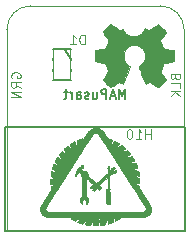
<source format=gbo>
G04 #@! TF.FileFunction,Legend,Bot*
%FSLAX46Y46*%
G04 Gerber Fmt 4.6, Leading zero omitted, Abs format (unit mm)*
G04 Created by KiCad (PCBNEW 0.201411181401+5290~19~ubuntu14.10.1-product) date Tuesday 02 December 2014 10:39:05 PM IST*
%MOMM*%
G01*
G04 APERTURE LIST*
%ADD10C,0.100000*%
%ADD11C,0.200000*%
%ADD12C,0.150000*%
%ADD13C,0.002540*%
%ADD14C,1.905000*%
%ADD15R,1.524000X1.524000*%
%ADD16C,1.524000*%
%ADD17R,1.000760X0.701040*%
G04 APERTURE END LIST*
D10*
X110000000Y-32000000D02*
X110000000Y-49000000D01*
X124242857Y-36033334D02*
X124280952Y-36147620D01*
X124319048Y-36185715D01*
X124395238Y-36223810D01*
X124509524Y-36223810D01*
X124585714Y-36185715D01*
X124623810Y-36147620D01*
X124661905Y-36071429D01*
X124661905Y-35766667D01*
X123861905Y-35766667D01*
X123861905Y-36033334D01*
X123900000Y-36109524D01*
X123938095Y-36147620D01*
X124014286Y-36185715D01*
X124090476Y-36185715D01*
X124166667Y-36147620D01*
X124204762Y-36109524D01*
X124242857Y-36033334D01*
X124242857Y-35766667D01*
X124661905Y-36947620D02*
X124661905Y-36566667D01*
X123861905Y-36566667D01*
X124661905Y-37214286D02*
X123861905Y-37214286D01*
X124661905Y-37671429D02*
X124204762Y-37328572D01*
X123861905Y-37671429D02*
X124319048Y-37214286D01*
X110400000Y-36090477D02*
X110361905Y-36014286D01*
X110361905Y-35900001D01*
X110400000Y-35785715D01*
X110476190Y-35709524D01*
X110552381Y-35671429D01*
X110704762Y-35633334D01*
X110819048Y-35633334D01*
X110971429Y-35671429D01*
X111047619Y-35709524D01*
X111123810Y-35785715D01*
X111161905Y-35900001D01*
X111161905Y-35976191D01*
X111123810Y-36090477D01*
X111085714Y-36128572D01*
X110819048Y-36128572D01*
X110819048Y-35976191D01*
X111161905Y-36928572D02*
X110780952Y-36661905D01*
X111161905Y-36471429D02*
X110361905Y-36471429D01*
X110361905Y-36776191D01*
X110400000Y-36852382D01*
X110438095Y-36890477D01*
X110514286Y-36928572D01*
X110628571Y-36928572D01*
X110704762Y-36890477D01*
X110742857Y-36852382D01*
X110780952Y-36776191D01*
X110780952Y-36471429D01*
X111161905Y-37271429D02*
X110361905Y-37271429D01*
X111161905Y-37728572D01*
X110361905Y-37728572D01*
X125000000Y-49000000D02*
X125000000Y-46000000D01*
X110000000Y-49000000D02*
X125000000Y-49000000D01*
X125000000Y-46000000D02*
X125000000Y-44000000D01*
X125000000Y-44000000D02*
X125000000Y-32000000D01*
D11*
X120033334Y-37861905D02*
X120033334Y-37061905D01*
X119766667Y-37633333D01*
X119500000Y-37061905D01*
X119500000Y-37861905D01*
X119157143Y-37633333D02*
X118776191Y-37633333D01*
X119233334Y-37861905D02*
X118966667Y-37061905D01*
X118700000Y-37861905D01*
X118433334Y-37861905D02*
X118433334Y-37061905D01*
X118128572Y-37061905D01*
X118052381Y-37100000D01*
X118014286Y-37138095D01*
X117976191Y-37214286D01*
X117976191Y-37328571D01*
X118014286Y-37404762D01*
X118052381Y-37442857D01*
X118128572Y-37480952D01*
X118433334Y-37480952D01*
X117290477Y-37328571D02*
X117290477Y-37861905D01*
X117633334Y-37328571D02*
X117633334Y-37747619D01*
X117595239Y-37823810D01*
X117519048Y-37861905D01*
X117404762Y-37861905D01*
X117328572Y-37823810D01*
X117290477Y-37785714D01*
X116947619Y-37823810D02*
X116871429Y-37861905D01*
X116719048Y-37861905D01*
X116642857Y-37823810D01*
X116604762Y-37747619D01*
X116604762Y-37709524D01*
X116642857Y-37633333D01*
X116719048Y-37595238D01*
X116833333Y-37595238D01*
X116909524Y-37557143D01*
X116947619Y-37480952D01*
X116947619Y-37442857D01*
X116909524Y-37366667D01*
X116833333Y-37328571D01*
X116719048Y-37328571D01*
X116642857Y-37366667D01*
X115919048Y-37861905D02*
X115919048Y-37442857D01*
X115957143Y-37366667D01*
X116033333Y-37328571D01*
X116185714Y-37328571D01*
X116261905Y-37366667D01*
X115919048Y-37823810D02*
X115995238Y-37861905D01*
X116185714Y-37861905D01*
X116261905Y-37823810D01*
X116300000Y-37747619D01*
X116300000Y-37671429D01*
X116261905Y-37595238D01*
X116185714Y-37557143D01*
X115995238Y-37557143D01*
X115919048Y-37519048D01*
X115538095Y-37861905D02*
X115538095Y-37328571D01*
X115538095Y-37480952D02*
X115500000Y-37404762D01*
X115461904Y-37366667D01*
X115385714Y-37328571D01*
X115309523Y-37328571D01*
X115157143Y-37328571D02*
X114852381Y-37328571D01*
X115042857Y-37061905D02*
X115042857Y-37747619D01*
X115004762Y-37823810D01*
X114928571Y-37861905D01*
X114852381Y-37861905D01*
D10*
X123000000Y-30000000D02*
X112000000Y-30000000D01*
X125000000Y-32000000D02*
G75*
G03X123000000Y-30000000I-2000000J0D01*
G01*
X112000000Y-30000000D02*
G75*
G03X110000000Y-32000000I0J-2000000D01*
G01*
D12*
X109880000Y-49100000D02*
X109880000Y-40270000D01*
X112420000Y-49100000D02*
X109880000Y-49100000D01*
X112420000Y-40270000D02*
X109880000Y-40270000D01*
X114960000Y-40270000D02*
X112420000Y-40270000D01*
X114960000Y-49100000D02*
X112420000Y-49100000D01*
X117500000Y-49100000D02*
X114960000Y-49100000D01*
X117500000Y-40270000D02*
X114960000Y-40270000D01*
X120040000Y-40270000D02*
X117500000Y-40270000D01*
X120040000Y-49100000D02*
X117500000Y-49100000D01*
X122580000Y-49100000D02*
X120040000Y-49100000D01*
X122580000Y-40270000D02*
X120040000Y-40270000D01*
X125120000Y-40270000D02*
X122580000Y-40270000D01*
X125120000Y-40270000D02*
X125120000Y-49100000D01*
X125120000Y-49100000D02*
X122580000Y-49100000D01*
X115462000Y-34492000D02*
X114954000Y-33730000D01*
X115462000Y-36270000D02*
X115462000Y-33666500D01*
X115462000Y-33666500D02*
X113938000Y-33666500D01*
X113938000Y-33666500D02*
X113938000Y-36270000D01*
X113938000Y-36270000D02*
X115462000Y-36270000D01*
D10*
G36*
X112819217Y-47264956D02*
X112820827Y-47319615D01*
X112825398Y-47368527D01*
X112831412Y-47401456D01*
X112858590Y-47484012D01*
X112897635Y-47559183D01*
X112948261Y-47626753D01*
X113010184Y-47686509D01*
X113083118Y-47738235D01*
X113166777Y-47781717D01*
X113260875Y-47816742D01*
X113263466Y-47817396D01*
X113263466Y-47176792D01*
X113265926Y-47151491D01*
X113270268Y-47126656D01*
X113276733Y-47098109D01*
X113285561Y-47069582D01*
X113297613Y-47039378D01*
X113313752Y-47005795D01*
X113334842Y-46967135D01*
X113361746Y-46921698D01*
X113395326Y-46867783D01*
X113426193Y-46819551D01*
X113454076Y-46776327D01*
X113480694Y-46735052D01*
X113504685Y-46697841D01*
X113524686Y-46666804D01*
X113539337Y-46644056D01*
X113545608Y-46634305D01*
X113555324Y-46619191D01*
X113571458Y-46594112D01*
X113592786Y-46560966D01*
X113618086Y-46521654D01*
X113646137Y-46478074D01*
X113675715Y-46432127D01*
X113679552Y-46426167D01*
X113709681Y-46379358D01*
X113738836Y-46334046D01*
X113765707Y-46292268D01*
X113788981Y-46256065D01*
X113807348Y-46227475D01*
X113819496Y-46208537D01*
X113820196Y-46207444D01*
X113840931Y-46175083D01*
X113868230Y-46132522D01*
X113901022Y-46081428D01*
X113938236Y-46023468D01*
X113978801Y-45960309D01*
X114021646Y-45893619D01*
X114065699Y-45825064D01*
X114109890Y-45756311D01*
X114153148Y-45689028D01*
X114194400Y-45624882D01*
X114232577Y-45565539D01*
X114261500Y-45520600D01*
X114295999Y-45467000D01*
X114330504Y-45413367D01*
X114363668Y-45361801D01*
X114394141Y-45314399D01*
X114420573Y-45273262D01*
X114441615Y-45240487D01*
X114452000Y-45224292D01*
X114477395Y-45184744D01*
X114505872Y-45140535D01*
X114533701Y-45097450D01*
X114554306Y-45065653D01*
X114577837Y-45029368D01*
X114603127Y-44990291D01*
X114626783Y-44953667D01*
X114642025Y-44930010D01*
X114662041Y-44898970D01*
X114682632Y-44867169D01*
X114700388Y-44839870D01*
X114705954Y-44831357D01*
X114719883Y-44809638D01*
X114730904Y-44791608D01*
X114736224Y-44781968D01*
X114741276Y-44773344D01*
X114752942Y-44754703D01*
X114770087Y-44727820D01*
X114791572Y-44694468D01*
X114816264Y-44656423D01*
X114833162Y-44630528D01*
X114861858Y-44586587D01*
X114890471Y-44542675D01*
X114917266Y-44501464D01*
X114940505Y-44465626D01*
X114958453Y-44437832D01*
X114963840Y-44429444D01*
X114997407Y-44377070D01*
X115037745Y-44314197D01*
X115083980Y-44242184D01*
X115135237Y-44162392D01*
X115190641Y-44076183D01*
X115249319Y-43984916D01*
X115310395Y-43889953D01*
X115372995Y-43792654D01*
X115436245Y-43694379D01*
X115439958Y-43688611D01*
X115477106Y-43630892D01*
X115519871Y-43564425D01*
X115566241Y-43492338D01*
X115614206Y-43417755D01*
X115661757Y-43343802D01*
X115706883Y-43273605D01*
X115739442Y-43222944D01*
X115781960Y-43156783D01*
X115827430Y-43086031D01*
X115874765Y-43012383D01*
X115922873Y-42937534D01*
X115970667Y-42863180D01*
X116017054Y-42791015D01*
X116060948Y-42722735D01*
X116101256Y-42660035D01*
X116136891Y-42604609D01*
X116166761Y-42558154D01*
X116183903Y-42531500D01*
X116195265Y-42513840D01*
X116213013Y-42486262D01*
X116235897Y-42450709D01*
X116262664Y-42409126D01*
X116292062Y-42363460D01*
X116322838Y-42315654D01*
X116331504Y-42302194D01*
X116380447Y-42226165D01*
X116431795Y-42146382D01*
X116484847Y-42063933D01*
X116538907Y-41979906D01*
X116593273Y-41895388D01*
X116647247Y-41811466D01*
X116700130Y-41729228D01*
X116751223Y-41649761D01*
X116799826Y-41574153D01*
X116845241Y-41503490D01*
X116886769Y-41438861D01*
X116923710Y-41381353D01*
X116955364Y-41332053D01*
X116981034Y-41292048D01*
X117000020Y-41262427D01*
X117005129Y-41254444D01*
X117023478Y-41225755D01*
X117040800Y-41198671D01*
X117054484Y-41177275D01*
X117059278Y-41169778D01*
X117107168Y-41095337D01*
X117148239Y-41032484D01*
X117182867Y-40980667D01*
X117211429Y-40939338D01*
X117234302Y-40907943D01*
X117251864Y-40885934D01*
X117258960Y-40878080D01*
X117314730Y-40828678D01*
X117373991Y-40792482D01*
X117436206Y-40769743D01*
X117500839Y-40760712D01*
X117510696Y-40760555D01*
X117543986Y-40761602D01*
X117572101Y-40765577D01*
X117599885Y-40773737D01*
X117632185Y-40787337D01*
X117653607Y-40797579D01*
X117675497Y-40809099D01*
X117696037Y-40821961D01*
X117716063Y-40837199D01*
X117736409Y-40855850D01*
X117757909Y-40878948D01*
X117781397Y-40907527D01*
X117807709Y-40942624D01*
X117837677Y-40985272D01*
X117872138Y-41036507D01*
X117911924Y-41097364D01*
X117957871Y-41168879D01*
X117976571Y-41198201D01*
X118001168Y-41236733D01*
X118031220Y-41283659D01*
X118064514Y-41335530D01*
X118098833Y-41388898D01*
X118131963Y-41440311D01*
X118145221Y-41460849D01*
X118172272Y-41502764D01*
X118205339Y-41554058D01*
X118242814Y-41612234D01*
X118283092Y-41674795D01*
X118324563Y-41739247D01*
X118365622Y-41803091D01*
X118403111Y-41861420D01*
X118437141Y-41914382D01*
X118470315Y-41966008D01*
X118503330Y-42017380D01*
X118536882Y-42069580D01*
X118571665Y-42123690D01*
X118608377Y-42180793D01*
X118647713Y-42241970D01*
X118690368Y-42308304D01*
X118737039Y-42380876D01*
X118788421Y-42460769D01*
X118845209Y-42549065D01*
X118908101Y-42646845D01*
X118977790Y-42755193D01*
X118992746Y-42778444D01*
X119034600Y-42843514D01*
X119081775Y-42916859D01*
X119131961Y-42994884D01*
X119182845Y-43073996D01*
X119232117Y-43150601D01*
X119277464Y-43221105D01*
X119299068Y-43254694D01*
X119338641Y-43316216D01*
X119380952Y-43381988D01*
X119424204Y-43449215D01*
X119466599Y-43515105D01*
X119506341Y-43576864D01*
X119541632Y-43631698D01*
X119564642Y-43667444D01*
X119594762Y-43714250D01*
X119623897Y-43759560D01*
X119650738Y-43801336D01*
X119673975Y-43837539D01*
X119692300Y-43866129D01*
X119704402Y-43885069D01*
X119705101Y-43886167D01*
X119715907Y-43903072D01*
X119733231Y-43930073D01*
X119755938Y-43965405D01*
X119782894Y-44007306D01*
X119812966Y-44054015D01*
X119845019Y-44103767D01*
X119868484Y-44140167D01*
X119917764Y-44216625D01*
X119972787Y-44302050D01*
X120031679Y-44393527D01*
X120092567Y-44488144D01*
X120153574Y-44582987D01*
X120212829Y-44675145D01*
X120268455Y-44761705D01*
X120297495Y-44806917D01*
X120310649Y-44827361D01*
X120330136Y-44857596D01*
X120354625Y-44895562D01*
X120382789Y-44939198D01*
X120413299Y-44986447D01*
X120444824Y-45035247D01*
X120453219Y-45048238D01*
X120483642Y-45095354D01*
X120512364Y-45139911D01*
X120538277Y-45180181D01*
X120560271Y-45214439D01*
X120577236Y-45240958D01*
X120588063Y-45258011D01*
X120590333Y-45261643D01*
X120601903Y-45280118D01*
X120618437Y-45306221D01*
X120637251Y-45335723D01*
X120647640Y-45351932D01*
X120696475Y-45427945D01*
X120750926Y-45512663D01*
X120808966Y-45602932D01*
X120868566Y-45695598D01*
X120927696Y-45787506D01*
X120984328Y-45875502D01*
X121036433Y-45956431D01*
X121036781Y-45956972D01*
X121067973Y-46005412D01*
X121097355Y-46051050D01*
X121123889Y-46092273D01*
X121146534Y-46127464D01*
X121164253Y-46155010D01*
X121176005Y-46173295D01*
X121179806Y-46179222D01*
X121188238Y-46192348D01*
X121204157Y-46217072D01*
X121227398Y-46253136D01*
X121257793Y-46300282D01*
X121295177Y-46358253D01*
X121339384Y-46426792D01*
X121390248Y-46505639D01*
X121447602Y-46594539D01*
X121468706Y-46627250D01*
X121520776Y-46708119D01*
X121567079Y-46780378D01*
X121607295Y-46843515D01*
X121641100Y-46897020D01*
X121668172Y-46940383D01*
X121688189Y-46973092D01*
X121700828Y-46994637D01*
X121702499Y-46997667D01*
X121729476Y-47056178D01*
X121745189Y-47112971D01*
X121750899Y-47172822D01*
X121750972Y-47181111D01*
X121750271Y-47213643D01*
X121747434Y-47237607D01*
X121741362Y-47258508D01*
X121730955Y-47281849D01*
X121730779Y-47282208D01*
X121716121Y-47308277D01*
X121699370Y-47332622D01*
X121688191Y-47345708D01*
X121660179Y-47368220D01*
X121623194Y-47390328D01*
X121582200Y-47409439D01*
X121542165Y-47422961D01*
X121538360Y-47423918D01*
X121528114Y-47424696D01*
X121504245Y-47425449D01*
X121467241Y-47426176D01*
X121417591Y-47426877D01*
X121355782Y-47427551D01*
X121282303Y-47428199D01*
X121197642Y-47428821D01*
X121102286Y-47429416D01*
X120996725Y-47429985D01*
X120881446Y-47430528D01*
X120756937Y-47431044D01*
X120623687Y-47431533D01*
X120482183Y-47431996D01*
X120332914Y-47432433D01*
X120176368Y-47432842D01*
X120013034Y-47433225D01*
X119843398Y-47433581D01*
X119667950Y-47433911D01*
X119487177Y-47434213D01*
X119301568Y-47434489D01*
X119111611Y-47434737D01*
X118917794Y-47434959D01*
X118720605Y-47435153D01*
X118520532Y-47435320D01*
X118318064Y-47435461D01*
X118113688Y-47435574D01*
X117907893Y-47435659D01*
X117701166Y-47435718D01*
X117493997Y-47435749D01*
X117286873Y-47435753D01*
X117080282Y-47435729D01*
X116874712Y-47435678D01*
X116670653Y-47435599D01*
X116468590Y-47435493D01*
X116269014Y-47435359D01*
X116072412Y-47435197D01*
X115879271Y-47435008D01*
X115690081Y-47434791D01*
X115505330Y-47434546D01*
X115325505Y-47434273D01*
X115151095Y-47433972D01*
X114982587Y-47433644D01*
X114820471Y-47433287D01*
X114665234Y-47432902D01*
X114517364Y-47432489D01*
X114377350Y-47432048D01*
X114245679Y-47431579D01*
X114122840Y-47431082D01*
X114009321Y-47430556D01*
X113905610Y-47430002D01*
X113812195Y-47429420D01*
X113729564Y-47428809D01*
X113658206Y-47428170D01*
X113598609Y-47427502D01*
X113551260Y-47426806D01*
X113516648Y-47426081D01*
X113495261Y-47425327D01*
X113487971Y-47424696D01*
X113422493Y-47404428D01*
X113368953Y-47377080D01*
X113326811Y-47342162D01*
X113295526Y-47299185D01*
X113274558Y-47247660D01*
X113269341Y-47226490D01*
X113264623Y-47199674D01*
X113263466Y-47176792D01*
X113263466Y-47817396D01*
X113365128Y-47843093D01*
X113435464Y-47855085D01*
X113447620Y-47856561D01*
X113462678Y-47857895D01*
X113481339Y-47859094D01*
X113504301Y-47860165D01*
X113532264Y-47861115D01*
X113565927Y-47861950D01*
X113605990Y-47862678D01*
X113653151Y-47863304D01*
X113708110Y-47863836D01*
X113771566Y-47864280D01*
X113844218Y-47864643D01*
X113926766Y-47864932D01*
X114019909Y-47865154D01*
X114124345Y-47865315D01*
X114240774Y-47865421D01*
X114369897Y-47865481D01*
X114512410Y-47865500D01*
X114516728Y-47865500D01*
X114634772Y-47865538D01*
X114748890Y-47865648D01*
X114858291Y-47865827D01*
X114962185Y-47866071D01*
X115059781Y-47866374D01*
X115150290Y-47866732D01*
X115232921Y-47867142D01*
X115306883Y-47867598D01*
X115371386Y-47868098D01*
X115425639Y-47868635D01*
X115468853Y-47869206D01*
X115500237Y-47869807D01*
X115519000Y-47870433D01*
X115524445Y-47871005D01*
X115519325Y-47877419D01*
X115505404Y-47890747D01*
X115484837Y-47909011D01*
X115461007Y-47929214D01*
X115436119Y-47950261D01*
X115415806Y-47968147D01*
X115402220Y-47980927D01*
X115397507Y-47986577D01*
X115403391Y-47993010D01*
X115419889Y-48004965D01*
X115445134Y-48021381D01*
X115477258Y-48041194D01*
X115514396Y-48063342D01*
X115554680Y-48086763D01*
X115596243Y-48110392D01*
X115637219Y-48133169D01*
X115675741Y-48154030D01*
X115709942Y-48171912D01*
X115737956Y-48185752D01*
X115757916Y-48194489D01*
X115767329Y-48197111D01*
X115775547Y-48192438D01*
X115792095Y-48179434D01*
X115815201Y-48159619D01*
X115843092Y-48134516D01*
X115873997Y-48105645D01*
X115875186Y-48104514D01*
X115919307Y-48063525D01*
X115955439Y-48032388D01*
X115984820Y-48010278D01*
X116008691Y-47996373D01*
X116028288Y-47989848D01*
X116044853Y-47989879D01*
X116046912Y-47990338D01*
X116079217Y-48005476D01*
X116105579Y-48032625D01*
X116116844Y-48051920D01*
X116125568Y-48071123D01*
X116128196Y-48083771D01*
X116124985Y-48095911D01*
X116119214Y-48107707D01*
X116110109Y-48122110D01*
X116093927Y-48144510D01*
X116072734Y-48172160D01*
X116048600Y-48202314D01*
X116041264Y-48211233D01*
X116018105Y-48239529D01*
X115998563Y-48264016D01*
X115984239Y-48282639D01*
X115976734Y-48293344D01*
X115976000Y-48294962D01*
X115982367Y-48299587D01*
X116000127Y-48307905D01*
X116027272Y-48319196D01*
X116061792Y-48332737D01*
X116101678Y-48347808D01*
X116144922Y-48363688D01*
X116189513Y-48379654D01*
X116233444Y-48394987D01*
X116274704Y-48408964D01*
X116311285Y-48420865D01*
X116341178Y-48429968D01*
X116362373Y-48435551D01*
X116371659Y-48437000D01*
X116381365Y-48431104D01*
X116398418Y-48413388D01*
X116422857Y-48383807D01*
X116454720Y-48342317D01*
X116467910Y-48324598D01*
X116503608Y-48277421D01*
X116533074Y-48241160D01*
X116557454Y-48214706D01*
X116577894Y-48196946D01*
X116595540Y-48186770D01*
X116611540Y-48183066D01*
X116614006Y-48183000D01*
X116631302Y-48187151D01*
X116653792Y-48197641D01*
X116676045Y-48211529D01*
X116692139Y-48225323D01*
X116702655Y-48244234D01*
X116705937Y-48271577D01*
X116705928Y-48273699D01*
X116704754Y-48288898D01*
X116700790Y-48304744D01*
X116692905Y-48323861D01*
X116679967Y-48348874D01*
X116660849Y-48382407D01*
X116654295Y-48393576D01*
X116632014Y-48431452D01*
X116616169Y-48458909D01*
X116606080Y-48477711D01*
X116601066Y-48489624D01*
X116600446Y-48496412D01*
X116603539Y-48499840D01*
X116609663Y-48501673D01*
X116612355Y-48502255D01*
X116669658Y-48514338D01*
X116728032Y-48525863D01*
X116785713Y-48536552D01*
X116840937Y-48546128D01*
X116891939Y-48554312D01*
X116936953Y-48560827D01*
X116974216Y-48565395D01*
X117001963Y-48567739D01*
X117018430Y-48567581D01*
X117021617Y-48566666D01*
X117026416Y-48559527D01*
X117036342Y-48541803D01*
X117050288Y-48515570D01*
X117067151Y-48482904D01*
X117084287Y-48448959D01*
X117109243Y-48399624D01*
X117129394Y-48361486D01*
X117145830Y-48332922D01*
X117159643Y-48312308D01*
X117171921Y-48298021D01*
X117183756Y-48288437D01*
X117196238Y-48281933D01*
X117196547Y-48281804D01*
X117224057Y-48277405D01*
X117253854Y-48283568D01*
X117281890Y-48298245D01*
X117304117Y-48319390D01*
X117315761Y-48342091D01*
X117317788Y-48354239D01*
X117317057Y-48369078D01*
X117313035Y-48388636D01*
X117305191Y-48414941D01*
X117292990Y-48450022D01*
X117275902Y-48495906D01*
X117274157Y-48500500D01*
X117264169Y-48525704D01*
X117256377Y-48545630D01*
X117252036Y-48560905D01*
X117252404Y-48572157D01*
X117258735Y-48580013D01*
X117272287Y-48585102D01*
X117294316Y-48588050D01*
X117326078Y-48589486D01*
X117368829Y-48590038D01*
X117423826Y-48590333D01*
X117454412Y-48590562D01*
X117517540Y-48590989D01*
X117567830Y-48590967D01*
X117606551Y-48590453D01*
X117634972Y-48589407D01*
X117654359Y-48587787D01*
X117665982Y-48585552D01*
X117670293Y-48583507D01*
X117677493Y-48572715D01*
X117686486Y-48552330D01*
X117695521Y-48526415D01*
X117696960Y-48521667D01*
X117705359Y-48493723D01*
X117713007Y-48469009D01*
X117718397Y-48452379D01*
X117718837Y-48451111D01*
X117723775Y-48435801D01*
X117731043Y-48411780D01*
X117739168Y-48383926D01*
X117740132Y-48380555D01*
X117749237Y-48351599D01*
X117759037Y-48325071D01*
X117767519Y-48306384D01*
X117768066Y-48305415D01*
X117774525Y-48291999D01*
X117777562Y-48277595D01*
X117777544Y-48257929D01*
X117774838Y-48228727D01*
X117774736Y-48227804D01*
X117765643Y-48145593D01*
X117757803Y-48073292D01*
X117751288Y-48011607D01*
X117746170Y-47961246D01*
X117742522Y-47922917D01*
X117740416Y-47897327D01*
X117739889Y-47886516D01*
X117740458Y-47874869D01*
X117744386Y-47868591D01*
X117755004Y-47866022D01*
X117775644Y-47865503D01*
X117782088Y-47865500D01*
X117802491Y-47865652D01*
X117815923Y-47867767D01*
X117824146Y-47874329D01*
X117828925Y-47887822D01*
X117832023Y-47910733D01*
X117834663Y-47939583D01*
X117837255Y-47966523D01*
X117840828Y-48001270D01*
X117844737Y-48037611D01*
X117845997Y-48048944D01*
X117852945Y-48111157D01*
X117858359Y-48160333D01*
X117862342Y-48197451D01*
X117864998Y-48223490D01*
X117866431Y-48239429D01*
X117866764Y-48245252D01*
X117871758Y-48254843D01*
X117884467Y-48269557D01*
X117895899Y-48280530D01*
X117913479Y-48298112D01*
X117926772Y-48314763D01*
X117931003Y-48322350D01*
X117932454Y-48337528D01*
X117930382Y-48366102D01*
X117924814Y-48407810D01*
X117918368Y-48447498D01*
X117912274Y-48485161D01*
X117907665Y-48517873D01*
X117904838Y-48543144D01*
X117904089Y-48558485D01*
X117904736Y-48561865D01*
X117913733Y-48563017D01*
X117934431Y-48561820D01*
X117964671Y-48558578D01*
X118002295Y-48553595D01*
X118045143Y-48547173D01*
X118091058Y-48539616D01*
X118137880Y-48531228D01*
X118177333Y-48523559D01*
X118213103Y-48516413D01*
X118245829Y-48510052D01*
X118271954Y-48505154D01*
X118287923Y-48502400D01*
X118288211Y-48502357D01*
X118306460Y-48497279D01*
X118318587Y-48489745D01*
X118318618Y-48489708D01*
X118321921Y-48479910D01*
X118326254Y-48458561D01*
X118331206Y-48428145D01*
X118336365Y-48391150D01*
X118340403Y-48358159D01*
X118346681Y-48305099D01*
X118352094Y-48264107D01*
X118357135Y-48233203D01*
X118362294Y-48210411D01*
X118368064Y-48193751D01*
X118374937Y-48181245D01*
X118383403Y-48170916D01*
X118388100Y-48166223D01*
X118416352Y-48148022D01*
X118448200Y-48142194D01*
X118480892Y-48148513D01*
X118511674Y-48166751D01*
X118522851Y-48177350D01*
X118528158Y-48184044D01*
X118531969Y-48192467D01*
X118534528Y-48204889D01*
X118536081Y-48223584D01*
X118536872Y-48250822D01*
X118537147Y-48288875D01*
X118537167Y-48310154D01*
X118537380Y-48349421D01*
X118537971Y-48383567D01*
X118538865Y-48410178D01*
X118539987Y-48426840D01*
X118540899Y-48431325D01*
X118548330Y-48430242D01*
X118566854Y-48425176D01*
X118594258Y-48416842D01*
X118628329Y-48405956D01*
X118666853Y-48393232D01*
X118707618Y-48379387D01*
X118748410Y-48365136D01*
X118773528Y-48356126D01*
X118803726Y-48344771D01*
X118837485Y-48331446D01*
X118871992Y-48317338D01*
X118904437Y-48303634D01*
X118932005Y-48291521D01*
X118951887Y-48282184D01*
X118961080Y-48276978D01*
X118967296Y-48268759D01*
X118969316Y-48255640D01*
X118967589Y-48233645D01*
X118966731Y-48227075D01*
X118964676Y-48205725D01*
X118962677Y-48173855D01*
X118960912Y-48135058D01*
X118959557Y-48092923D01*
X118959096Y-48072058D01*
X118956972Y-47957588D01*
X118980039Y-47934474D01*
X118994790Y-47921194D01*
X119008620Y-47914266D01*
X119027165Y-47911674D01*
X119044734Y-47911361D01*
X119070779Y-47912479D01*
X119088050Y-47916836D01*
X119101776Y-47925932D01*
X119104689Y-47928577D01*
X119119419Y-47947821D01*
X119129545Y-47970379D01*
X119129690Y-47970911D01*
X119134211Y-47990128D01*
X119139953Y-48017635D01*
X119146283Y-48050003D01*
X119152571Y-48083803D01*
X119158186Y-48115608D01*
X119162497Y-48141989D01*
X119164874Y-48159517D01*
X119165144Y-48163597D01*
X119169350Y-48174050D01*
X119174131Y-48175944D01*
X119184190Y-48172507D01*
X119204062Y-48162911D01*
X119231914Y-48148232D01*
X119265913Y-48129544D01*
X119304225Y-48107921D01*
X119345017Y-48084437D01*
X119386456Y-48060169D01*
X119426707Y-48036189D01*
X119463938Y-48013572D01*
X119496316Y-47993394D01*
X119522006Y-47976728D01*
X119539176Y-47964649D01*
X119545992Y-47958232D01*
X119546035Y-47957975D01*
X119544100Y-47949297D01*
X119539236Y-47931805D01*
X119535452Y-47919059D01*
X119529375Y-47897273D01*
X119525581Y-47880293D01*
X119524945Y-47874962D01*
X119526843Y-47873616D01*
X119532959Y-47872399D01*
X119543921Y-47871304D01*
X119560360Y-47870327D01*
X119582905Y-47869460D01*
X119612185Y-47868697D01*
X119648831Y-47868034D01*
X119693473Y-47867463D01*
X119746740Y-47866978D01*
X119809261Y-47866575D01*
X119881667Y-47866245D01*
X119964587Y-47865985D01*
X120058651Y-47865787D01*
X120164488Y-47865646D01*
X120282729Y-47865555D01*
X120414003Y-47865509D01*
X120515740Y-47865500D01*
X120656712Y-47865491D01*
X120784334Y-47865452D01*
X120899367Y-47865368D01*
X121002570Y-47865221D01*
X121094706Y-47864995D01*
X121176534Y-47864673D01*
X121248816Y-47864239D01*
X121312311Y-47863676D01*
X121367782Y-47862968D01*
X121415988Y-47862098D01*
X121457690Y-47861049D01*
X121493649Y-47859804D01*
X121524626Y-47858348D01*
X121551382Y-47856664D01*
X121574677Y-47854735D01*
X121595272Y-47852544D01*
X121613928Y-47850075D01*
X121631405Y-47847311D01*
X121648465Y-47844236D01*
X121665868Y-47840833D01*
X121668159Y-47840373D01*
X121760430Y-47816585D01*
X121847085Y-47783884D01*
X121926468Y-47743203D01*
X121996924Y-47695475D01*
X122056796Y-47641635D01*
X122090430Y-47602259D01*
X122137335Y-47529028D01*
X122171353Y-47450260D01*
X122192468Y-47366208D01*
X122200660Y-47277130D01*
X122195910Y-47183280D01*
X122178201Y-47084914D01*
X122147512Y-46982287D01*
X122137614Y-46955482D01*
X122126618Y-46927643D01*
X122115172Y-46900776D01*
X122102537Y-46873588D01*
X122087971Y-46844787D01*
X122070732Y-46813078D01*
X122050080Y-46777170D01*
X122025272Y-46735768D01*
X121995569Y-46687582D01*
X121960228Y-46631316D01*
X121918508Y-46565679D01*
X121876643Y-46500250D01*
X121858654Y-46472121D01*
X121834861Y-46434804D01*
X121807004Y-46391037D01*
X121776824Y-46343556D01*
X121746064Y-46295098D01*
X121726275Y-46263889D01*
X121694238Y-46213382D01*
X121659930Y-46159378D01*
X121625533Y-46105302D01*
X121593226Y-46054581D01*
X121565189Y-46010643D01*
X121553430Y-45992250D01*
X121528354Y-45953008D01*
X121497907Y-45905270D01*
X121464269Y-45852461D01*
X121429621Y-45798004D01*
X121396143Y-45745325D01*
X121380454Y-45720611D01*
X121350273Y-45673091D01*
X121319558Y-45624811D01*
X121290043Y-45578487D01*
X121263459Y-45536839D01*
X121241541Y-45502584D01*
X121230392Y-45485221D01*
X121181064Y-45408581D01*
X121186564Y-45354693D01*
X121190725Y-45315760D01*
X121192899Y-45288008D01*
X121191553Y-45268513D01*
X121185156Y-45254352D01*
X121172175Y-45242601D01*
X121151078Y-45230337D01*
X121120334Y-45214637D01*
X121110532Y-45209611D01*
X121027481Y-45166750D01*
X120974779Y-45084251D01*
X120955889Y-45053626D01*
X120940545Y-45026714D01*
X120930043Y-45005948D01*
X120925680Y-44993766D01*
X120925760Y-44992156D01*
X120936169Y-44979888D01*
X120954712Y-44968227D01*
X120975635Y-44960293D01*
X120987642Y-44958611D01*
X121001069Y-44960942D01*
X121024356Y-44967280D01*
X121054163Y-44976640D01*
X121085331Y-44987383D01*
X121131392Y-45003805D01*
X121165741Y-45015710D01*
X121189860Y-45023581D01*
X121205232Y-45027905D01*
X121213121Y-45029167D01*
X121214486Y-45022399D01*
X121215691Y-45003245D01*
X121216695Y-44973430D01*
X121217458Y-44934678D01*
X121217940Y-44888715D01*
X121218100Y-44837264D01*
X121218071Y-44817540D01*
X121217847Y-44756925D01*
X121217480Y-44708911D01*
X121216883Y-44671991D01*
X121215970Y-44644654D01*
X121214653Y-44625392D01*
X121212846Y-44612695D01*
X121210462Y-44605054D01*
X121207414Y-44600961D01*
X121205542Y-44599735D01*
X121195154Y-44595797D01*
X121173631Y-44588645D01*
X121143379Y-44579045D01*
X121106803Y-44567759D01*
X121070111Y-44556689D01*
X121029211Y-44544178D01*
X120991852Y-44532196D01*
X120960621Y-44521616D01*
X120938105Y-44513311D01*
X120927600Y-44508603D01*
X120919431Y-44504523D01*
X120909840Y-44502006D01*
X120896473Y-44501073D01*
X120876979Y-44501744D01*
X120849006Y-44504040D01*
X120810200Y-44507980D01*
X120793544Y-44509760D01*
X120752383Y-44514233D01*
X120713998Y-44518485D01*
X120681538Y-44522163D01*
X120658155Y-44524910D01*
X120650063Y-44525928D01*
X120634108Y-44527445D01*
X120623384Y-44525022D01*
X120614004Y-44516147D01*
X120602078Y-44498307D01*
X120598555Y-44492654D01*
X120586907Y-44471838D01*
X120579841Y-44455066D01*
X120578777Y-44447076D01*
X120587423Y-44442152D01*
X120608026Y-44437834D01*
X120638433Y-44434562D01*
X120640868Y-44434384D01*
X120674006Y-44431700D01*
X120711959Y-44428098D01*
X120752101Y-44423890D01*
X120791803Y-44419388D01*
X120828439Y-44414903D01*
X120859380Y-44410746D01*
X120881999Y-44407230D01*
X120893669Y-44404665D01*
X120894403Y-44404329D01*
X120900314Y-44394533D01*
X120900778Y-44390581D01*
X120906734Y-44378531D01*
X120921622Y-44365069D01*
X120940976Y-44353204D01*
X120960327Y-44345947D01*
X120968472Y-44344984D01*
X120982788Y-44346233D01*
X121007797Y-44349515D01*
X121040305Y-44354370D01*
X121077117Y-44360338D01*
X121087750Y-44362144D01*
X121123460Y-44367898D01*
X121154095Y-44372127D01*
X121177036Y-44374523D01*
X121189664Y-44374778D01*
X121191183Y-44374285D01*
X121191840Y-44365765D01*
X121190240Y-44345652D01*
X121186728Y-44316223D01*
X121181645Y-44279754D01*
X121175336Y-44238522D01*
X121168145Y-44194804D01*
X121160414Y-44150877D01*
X121152488Y-44109016D01*
X121147337Y-44083722D01*
X121140478Y-44050530D01*
X121134447Y-44020186D01*
X121130046Y-43996781D01*
X121128398Y-43986955D01*
X121123744Y-43969315D01*
X121117142Y-43958276D01*
X121116993Y-43958159D01*
X121107017Y-43954947D01*
X121086227Y-43950964D01*
X121057859Y-43946760D01*
X121031306Y-43943547D01*
X120970739Y-43936762D01*
X120922592Y-43930971D01*
X120885228Y-43925902D01*
X120857013Y-43921283D01*
X120836311Y-43916842D01*
X120821487Y-43912307D01*
X120810906Y-43907406D01*
X120809681Y-43906682D01*
X120785844Y-43885028D01*
X120772147Y-43857463D01*
X120768307Y-43827177D01*
X120774040Y-43797356D01*
X120789066Y-43771188D01*
X120813099Y-43751861D01*
X120823828Y-43747218D01*
X120840978Y-43743803D01*
X120869554Y-43741074D01*
X120906879Y-43739213D01*
X120950277Y-43738405D01*
X120951931Y-43738398D01*
X120994795Y-43737921D01*
X121025083Y-43736779D01*
X121044316Y-43734838D01*
X121054019Y-43731963D01*
X121055959Y-43729180D01*
X121053625Y-43717249D01*
X121047172Y-43694366D01*
X121037348Y-43662824D01*
X121024899Y-43624918D01*
X121010573Y-43582942D01*
X120995116Y-43539188D01*
X120985310Y-43512222D01*
X120971557Y-43475124D01*
X120960261Y-43445579D01*
X120949534Y-43418958D01*
X120937487Y-43390628D01*
X120922233Y-43355959D01*
X120914748Y-43339137D01*
X120900495Y-43307162D01*
X120867123Y-43310977D01*
X120825372Y-43315161D01*
X120780369Y-43318676D01*
X120734821Y-43321415D01*
X120691434Y-43323272D01*
X120652917Y-43324141D01*
X120621975Y-43323916D01*
X120601317Y-43322491D01*
X120596629Y-43321586D01*
X120566036Y-43306731D01*
X120545572Y-43282160D01*
X120535726Y-43248461D01*
X120535695Y-43248195D01*
X120536605Y-43211801D01*
X120547827Y-43182956D01*
X120568698Y-43163276D01*
X120571009Y-43162019D01*
X120583293Y-43157815D01*
X120606137Y-43151777D01*
X120636222Y-43144620D01*
X120670230Y-43137057D01*
X120704843Y-43129804D01*
X120736740Y-43123575D01*
X120762603Y-43119084D01*
X120779113Y-43117045D01*
X120780159Y-43117003D01*
X120789115Y-43113586D01*
X120794221Y-43110652D01*
X120797036Y-43104800D01*
X120795060Y-43093010D01*
X120787823Y-43074333D01*
X120774855Y-43047821D01*
X120755684Y-43012523D01*
X120729839Y-42967491D01*
X120696851Y-42911775D01*
X120689443Y-42899414D01*
X120660521Y-42851351D01*
X120637889Y-42814072D01*
X120620660Y-42786209D01*
X120607948Y-42766397D01*
X120598869Y-42753267D01*
X120592535Y-42745453D01*
X120588063Y-42741587D01*
X120586755Y-42740906D01*
X120578027Y-42741635D01*
X120557823Y-42745437D01*
X120528321Y-42751836D01*
X120491701Y-42760355D01*
X120450143Y-42770518D01*
X120442116Y-42772533D01*
X120395092Y-42784300D01*
X120359534Y-42792858D01*
X120333248Y-42798533D01*
X120314039Y-42801652D01*
X120299711Y-42802543D01*
X120288072Y-42801533D01*
X120276926Y-42798950D01*
X120272868Y-42797774D01*
X120243551Y-42782157D01*
X120222444Y-42756363D01*
X120211043Y-42722626D01*
X120209450Y-42703140D01*
X120212908Y-42679106D01*
X120224531Y-42658885D01*
X120245875Y-42641084D01*
X120278497Y-42624313D01*
X120312367Y-42611196D01*
X120359937Y-42594288D01*
X120395749Y-42581414D01*
X120421376Y-42571981D01*
X120438391Y-42565396D01*
X120448368Y-42561068D01*
X120452880Y-42558403D01*
X120453088Y-42558208D01*
X120450533Y-42551269D01*
X120439887Y-42535288D01*
X120422405Y-42511799D01*
X120399341Y-42482334D01*
X120371949Y-42448426D01*
X120341483Y-42411607D01*
X120309197Y-42373409D01*
X120276345Y-42335366D01*
X120244182Y-42299010D01*
X120213962Y-42265873D01*
X120213038Y-42264879D01*
X120177167Y-42226341D01*
X120145625Y-42240470D01*
X120126235Y-42249028D01*
X120097939Y-42261357D01*
X120064808Y-42275689D01*
X120036472Y-42287875D01*
X120003908Y-42301932D01*
X119974247Y-42314906D01*
X119950969Y-42325265D01*
X119938374Y-42331075D01*
X119903272Y-42341313D01*
X119869874Y-42338948D01*
X119840541Y-42325475D01*
X119817634Y-42302387D01*
X119803514Y-42271178D01*
X119800111Y-42243603D01*
X119801469Y-42227611D01*
X119806593Y-42213381D01*
X119817058Y-42199441D01*
X119834439Y-42184322D01*
X119860311Y-42166553D01*
X119896248Y-42144665D01*
X119922335Y-42129496D01*
X119953884Y-42110714D01*
X119980319Y-42093790D01*
X119999541Y-42080162D01*
X120009449Y-42071272D01*
X120010312Y-42069209D01*
X120004131Y-42061196D01*
X119988606Y-42045829D01*
X119965437Y-42024537D01*
X119936324Y-41998746D01*
X119902968Y-41969885D01*
X119867069Y-41939382D01*
X119830327Y-41908666D01*
X119794444Y-41879164D01*
X119761120Y-41852304D01*
X119732055Y-41829514D01*
X119708949Y-41812223D01*
X119693504Y-41801859D01*
X119689596Y-41799870D01*
X119681379Y-41802604D01*
X119663531Y-41812142D01*
X119638054Y-41827295D01*
X119606948Y-41846876D01*
X119573959Y-41868528D01*
X119528397Y-41898697D01*
X119492523Y-41921602D01*
X119464540Y-41938182D01*
X119442651Y-41949372D01*
X119425058Y-41956108D01*
X119409964Y-41959327D01*
X119398417Y-41960000D01*
X119376103Y-41953987D01*
X119352874Y-41938292D01*
X119332810Y-41916430D01*
X119320209Y-41892595D01*
X119315338Y-41874141D01*
X119314809Y-41857839D01*
X119319798Y-41841821D01*
X119331480Y-41824221D01*
X119351031Y-41803172D01*
X119379625Y-41776806D01*
X119409304Y-41751058D01*
X119438586Y-41725478D01*
X119463451Y-41702768D01*
X119482162Y-41684597D01*
X119492978Y-41672635D01*
X119494927Y-41668863D01*
X119487804Y-41662058D01*
X119470148Y-41649692D01*
X119443871Y-41632857D01*
X119410884Y-41612649D01*
X119373096Y-41590161D01*
X119332420Y-41566485D01*
X119290766Y-41542716D01*
X119250045Y-41519948D01*
X119212168Y-41499274D01*
X119179045Y-41481788D01*
X119152588Y-41468583D01*
X119134708Y-41460753D01*
X119128331Y-41459055D01*
X119117614Y-41463861D01*
X119102810Y-41475888D01*
X119097640Y-41481085D01*
X119085420Y-41493362D01*
X119065095Y-41513000D01*
X119038955Y-41537819D01*
X119009291Y-41565636D01*
X118990180Y-41583390D01*
X118903443Y-41663667D01*
X118865179Y-41663667D01*
X118841268Y-41662606D01*
X118825048Y-41657765D01*
X118810158Y-41646655D01*
X118802325Y-41639076D01*
X118781423Y-41610846D01*
X118772158Y-41580962D01*
X118775398Y-41552336D01*
X118776016Y-41550704D01*
X118782930Y-41539194D01*
X118797241Y-41519425D01*
X118817109Y-41493805D01*
X118840698Y-41464746D01*
X118850936Y-41452493D01*
X118874966Y-41423895D01*
X118895696Y-41399061D01*
X118911448Y-41380016D01*
X118920542Y-41368781D01*
X118922033Y-41366785D01*
X118917157Y-41362254D01*
X118900836Y-41353970D01*
X118875008Y-41342653D01*
X118841612Y-41329024D01*
X118802586Y-41313802D01*
X118759869Y-41297707D01*
X118715399Y-41281459D01*
X118671114Y-41265778D01*
X118628954Y-41251384D01*
X118590856Y-41238997D01*
X118558759Y-41229336D01*
X118536086Y-41223451D01*
X118527033Y-41219175D01*
X118516131Y-41209149D01*
X118502136Y-41191808D01*
X118483807Y-41165591D01*
X118459901Y-41128935D01*
X118455598Y-41122190D01*
X118433381Y-41087294D01*
X118412612Y-41054695D01*
X118395011Y-41027093D01*
X118382303Y-41007190D01*
X118377984Y-41000444D01*
X118328123Y-40922887D01*
X118284939Y-40856138D01*
X118247599Y-40799062D01*
X118215268Y-40750522D01*
X118187111Y-40709382D01*
X118162294Y-40674507D01*
X118139982Y-40644758D01*
X118119340Y-40619002D01*
X118099535Y-40596100D01*
X118079731Y-40574917D01*
X118059093Y-40554317D01*
X118036788Y-40533164D01*
X118030423Y-40527257D01*
X117969847Y-40476522D01*
X117902651Y-40429446D01*
X117832230Y-40387994D01*
X117761981Y-40354130D01*
X117695300Y-40329821D01*
X117683445Y-40326480D01*
X117648061Y-40319532D01*
X117603059Y-40314391D01*
X117552401Y-40311155D01*
X117500052Y-40309923D01*
X117449974Y-40310793D01*
X117406130Y-40313863D01*
X117374257Y-40318816D01*
X117278000Y-40346711D01*
X117187542Y-40385590D01*
X117101728Y-40436169D01*
X117019403Y-40499162D01*
X116939412Y-40575284D01*
X116912141Y-40604728D01*
X116887423Y-40634467D01*
X116856335Y-40675637D01*
X116819461Y-40727391D01*
X116777383Y-40788880D01*
X116730683Y-40859256D01*
X116679945Y-40937671D01*
X116637876Y-41003972D01*
X116611511Y-41045733D01*
X116583255Y-41090281D01*
X116555803Y-41133382D01*
X116531848Y-41170802D01*
X116522337Y-41185574D01*
X116503148Y-41215426D01*
X116486310Y-41241866D01*
X116473554Y-41262159D01*
X116466612Y-41273569D01*
X116466361Y-41274013D01*
X116454732Y-41293834D01*
X116439281Y-41318718D01*
X116421722Y-41346084D01*
X116403766Y-41373352D01*
X116387126Y-41397943D01*
X116373513Y-41417276D01*
X116364639Y-41428772D01*
X116362302Y-41430833D01*
X116360427Y-41424191D01*
X116358844Y-41405920D01*
X116357680Y-41378499D01*
X116357064Y-41344409D01*
X116357000Y-41328528D01*
X116356612Y-41292357D01*
X116355543Y-41261802D01*
X116353939Y-41239344D01*
X116351946Y-41227462D01*
X116351017Y-41226222D01*
X116340649Y-41228515D01*
X116319388Y-41234858D01*
X116289589Y-41244448D01*
X116253610Y-41256484D01*
X116213807Y-41270161D01*
X116172536Y-41284679D01*
X116132155Y-41299234D01*
X116095020Y-41313023D01*
X116085361Y-41316700D01*
X116035592Y-41335919D01*
X115997558Y-41351002D01*
X115969734Y-41362640D01*
X115950595Y-41371522D01*
X115938617Y-41378336D01*
X115932273Y-41383773D01*
X115930532Y-41386673D01*
X115929758Y-41396619D01*
X115930030Y-41417773D01*
X115931252Y-41447279D01*
X115933330Y-41482280D01*
X115934005Y-41492018D01*
X115937927Y-41549286D01*
X115940528Y-41594343D01*
X115941788Y-41629030D01*
X115941683Y-41655189D01*
X115940188Y-41674660D01*
X115937282Y-41689284D01*
X115932942Y-41700901D01*
X115931335Y-41704117D01*
X115910620Y-41729568D01*
X115881438Y-41743927D01*
X115844386Y-41746915D01*
X115840148Y-41746566D01*
X115821055Y-41743907D01*
X115805442Y-41738983D01*
X115792595Y-41730300D01*
X115781801Y-41716361D01*
X115772349Y-41695671D01*
X115763525Y-41666737D01*
X115754616Y-41628063D01*
X115744910Y-41578154D01*
X115735865Y-41527847D01*
X115731214Y-41504123D01*
X115726986Y-41487062D01*
X115724070Y-41480232D01*
X115723997Y-41480222D01*
X115713804Y-41483732D01*
X115693471Y-41493548D01*
X115664887Y-41508601D01*
X115629941Y-41527821D01*
X115590524Y-41550140D01*
X115548524Y-41574486D01*
X115505832Y-41599792D01*
X115464336Y-41624987D01*
X115426909Y-41648377D01*
X115354068Y-41694699D01*
X115358720Y-41719752D01*
X115361941Y-41734986D01*
X115367857Y-41760999D01*
X115375786Y-41794869D01*
X115385048Y-41833676D01*
X115391564Y-41860593D01*
X115403975Y-41914381D01*
X115411760Y-41956627D01*
X115414699Y-41989194D01*
X115412573Y-42013944D01*
X115405165Y-42032740D01*
X115392256Y-42047445D01*
X115373627Y-42059922D01*
X115367826Y-42063028D01*
X115334598Y-42073230D01*
X115302461Y-42070385D01*
X115273748Y-42055503D01*
X115250794Y-42029592D01*
X115240278Y-42007889D01*
X115233041Y-41988176D01*
X115222608Y-41959725D01*
X115210632Y-41927048D01*
X115203318Y-41907083D01*
X115192234Y-41877569D01*
X115182511Y-41853054D01*
X115175377Y-41836551D01*
X115172453Y-41831233D01*
X115165425Y-41833565D01*
X115149475Y-41843939D01*
X115126220Y-41861015D01*
X115097277Y-41883451D01*
X115064262Y-41909907D01*
X115028794Y-41939042D01*
X114992488Y-41969514D01*
X114956963Y-41999983D01*
X114923835Y-42029108D01*
X114894720Y-42055548D01*
X114871237Y-42077963D01*
X114856752Y-42093026D01*
X114841698Y-42109838D01*
X114862499Y-42156627D01*
X114874412Y-42183378D01*
X114885401Y-42207972D01*
X114892861Y-42224583D01*
X114917216Y-42279309D01*
X114935525Y-42322342D01*
X114948143Y-42354567D01*
X114955422Y-42376869D01*
X114957353Y-42385712D01*
X114955166Y-42415129D01*
X114941355Y-42441922D01*
X114918411Y-42463636D01*
X114888819Y-42477815D01*
X114859680Y-42482111D01*
X114843079Y-42480225D01*
X114827586Y-42473582D01*
X114811825Y-42460707D01*
X114794415Y-42440125D01*
X114773980Y-42410359D01*
X114749141Y-42369933D01*
X114739254Y-42353168D01*
X114686486Y-42263031D01*
X114638856Y-42314362D01*
X114620151Y-42335228D01*
X114596360Y-42362826D01*
X114569101Y-42395169D01*
X114539992Y-42430266D01*
X114510651Y-42466131D01*
X114482697Y-42500774D01*
X114457748Y-42532208D01*
X114437420Y-42558443D01*
X114423333Y-42577493D01*
X114417672Y-42586169D01*
X114416251Y-42592590D01*
X114418332Y-42602128D01*
X114424770Y-42616376D01*
X114436419Y-42636931D01*
X114454135Y-42665384D01*
X114478774Y-42703332D01*
X114488128Y-42717542D01*
X114518265Y-42763979D01*
X114540833Y-42800864D01*
X114556631Y-42830007D01*
X114566458Y-42853220D01*
X114571112Y-42872313D01*
X114571392Y-42889097D01*
X114569196Y-42901324D01*
X114557852Y-42922925D01*
X114537145Y-42943593D01*
X114511473Y-42959255D01*
X114503206Y-42962453D01*
X114484566Y-42966799D01*
X114467314Y-42965910D01*
X114449685Y-42958623D01*
X114429910Y-42943777D01*
X114406224Y-42920209D01*
X114376858Y-42886755D01*
X114363049Y-42870254D01*
X114338422Y-42841365D01*
X114316334Y-42816947D01*
X114298555Y-42798842D01*
X114286855Y-42788894D01*
X114283649Y-42787566D01*
X114276265Y-42794077D01*
X114263308Y-42811056D01*
X114245980Y-42836593D01*
X114225482Y-42868777D01*
X114203013Y-42905698D01*
X114179776Y-42945445D01*
X114156970Y-42986108D01*
X114145270Y-43007750D01*
X114128187Y-43039626D01*
X114110976Y-43071426D01*
X114096365Y-43098120D01*
X114091220Y-43107386D01*
X114080294Y-43128028D01*
X114072953Y-43144034D01*
X114071000Y-43150510D01*
X114075637Y-43157564D01*
X114088564Y-43173134D01*
X114108306Y-43195548D01*
X114133386Y-43223137D01*
X114162330Y-43254230D01*
X114166838Y-43259012D01*
X114197203Y-43291859D01*
X114224705Y-43322890D01*
X114247625Y-43350064D01*
X114264247Y-43371342D01*
X114272851Y-43384683D01*
X114273089Y-43385222D01*
X114280176Y-43417425D01*
X114273351Y-43447308D01*
X114252644Y-43474750D01*
X114252607Y-43474785D01*
X114223299Y-43498334D01*
X114196985Y-43509058D01*
X114171045Y-43507024D01*
X114142853Y-43492300D01*
X114124567Y-43478083D01*
X114080037Y-43440627D01*
X114044990Y-43411749D01*
X114018365Y-43390648D01*
X113999104Y-43376523D01*
X113986146Y-43368573D01*
X113978432Y-43365997D01*
X113976664Y-43366256D01*
X113970723Y-43374088D01*
X113961112Y-43393251D01*
X113948596Y-43421683D01*
X113933940Y-43457321D01*
X113917910Y-43498099D01*
X113901272Y-43541955D01*
X113884789Y-43586825D01*
X113869229Y-43630645D01*
X113855355Y-43671352D01*
X113843934Y-43706882D01*
X113835732Y-43735171D01*
X113831512Y-43754156D01*
X113831111Y-43758704D01*
X113836531Y-43764904D01*
X113851653Y-43778032D01*
X113874766Y-43796712D01*
X113904161Y-43819569D01*
X113938130Y-43845229D01*
X113945044Y-43850369D01*
X113980807Y-43877386D01*
X114013314Y-43902870D01*
X114040578Y-43925189D01*
X114060609Y-43942711D01*
X114071421Y-43953802D01*
X114071997Y-43954613D01*
X114083682Y-43983938D01*
X114082003Y-44014716D01*
X114067374Y-44045342D01*
X114041592Y-44073054D01*
X114022588Y-44085123D01*
X114001671Y-44089534D01*
X113976734Y-44085926D01*
X113945670Y-44073937D01*
X113906373Y-44053205D01*
X113898139Y-44048445D01*
X113859160Y-44025716D01*
X113830510Y-44009163D01*
X113810355Y-43997812D01*
X113796858Y-43990690D01*
X113788185Y-43986820D01*
X113782498Y-43985231D01*
X113778480Y-43984944D01*
X113770746Y-43991743D01*
X113763696Y-44011115D01*
X113761238Y-44021986D01*
X113753058Y-44064169D01*
X113744126Y-44112021D01*
X113735244Y-44161088D01*
X113727213Y-44206915D01*
X113720835Y-44245048D01*
X113719014Y-44256583D01*
X113713628Y-44291478D01*
X113707690Y-44329855D01*
X113703880Y-44354423D01*
X113700427Y-44378712D01*
X113698472Y-44396714D01*
X113698413Y-44404710D01*
X113698469Y-44404783D01*
X113705133Y-44408371D01*
X113722507Y-44417277D01*
X113748667Y-44430530D01*
X113781693Y-44447155D01*
X113819663Y-44466181D01*
X113828318Y-44470507D01*
X113879726Y-44496632D01*
X113919574Y-44518192D01*
X113949198Y-44536343D01*
X113969936Y-44552244D01*
X113983125Y-44567051D01*
X113990104Y-44581922D01*
X113992210Y-44598014D01*
X113991393Y-44611606D01*
X113981343Y-44648085D01*
X113960093Y-44676085D01*
X113935094Y-44692669D01*
X113923087Y-44698185D01*
X113912257Y-44700964D01*
X113899789Y-44700550D01*
X113882864Y-44696488D01*
X113858666Y-44688321D01*
X113824376Y-44675595D01*
X113820528Y-44674146D01*
X113775658Y-44657308D01*
X113742183Y-44644996D01*
X113718316Y-44636703D01*
X113702269Y-44631921D01*
X113692257Y-44630145D01*
X113686490Y-44630865D01*
X113683181Y-44633575D01*
X113682271Y-44634904D01*
X113680589Y-44644458D01*
X113679192Y-44665854D01*
X113678084Y-44696826D01*
X113677268Y-44735107D01*
X113676748Y-44778431D01*
X113676529Y-44824532D01*
X113676613Y-44871144D01*
X113677006Y-44916000D01*
X113677710Y-44956833D01*
X113678731Y-44991379D01*
X113680071Y-45017370D01*
X113681587Y-45031766D01*
X113682979Y-45040897D01*
X113684565Y-45047908D01*
X113688079Y-45053621D01*
X113695258Y-45058861D01*
X113707835Y-45064452D01*
X113727545Y-45071217D01*
X113756125Y-45079980D01*
X113795308Y-45091564D01*
X113827583Y-45101086D01*
X113881553Y-45117461D01*
X113922961Y-45131015D01*
X113952966Y-45142223D01*
X113972727Y-45151557D01*
X113983404Y-45159490D01*
X113986204Y-45165790D01*
X113982487Y-45174789D01*
X113972579Y-45192564D01*
X113958173Y-45216185D01*
X113947399Y-45232980D01*
X113931072Y-45258461D01*
X113918153Y-45279578D01*
X113910310Y-45293551D01*
X113908722Y-45297489D01*
X113905475Y-45303463D01*
X113894722Y-45306233D01*
X113874948Y-45305752D01*
X113844637Y-45301974D01*
X113802272Y-45294852D01*
X113798122Y-45294101D01*
X113764227Y-45288157D01*
X113735692Y-45283561D01*
X113715190Y-45280712D01*
X113705391Y-45280010D01*
X113704966Y-45280147D01*
X113704786Y-45287819D01*
X113706515Y-45306627D01*
X113709761Y-45333785D01*
X113714134Y-45366506D01*
X113719245Y-45402004D01*
X113724703Y-45437493D01*
X113730117Y-45470185D01*
X113735099Y-45497295D01*
X113735971Y-45501615D01*
X113739342Y-45517353D01*
X113741552Y-45529933D01*
X113741813Y-45541245D01*
X113739342Y-45553179D01*
X113733351Y-45567625D01*
X113723057Y-45586472D01*
X113707673Y-45611609D01*
X113686414Y-45644928D01*
X113658495Y-45688318D01*
X113658146Y-45688861D01*
X113636057Y-45723327D01*
X113608026Y-45767189D01*
X113575661Y-45817920D01*
X113540573Y-45872997D01*
X113504369Y-45929893D01*
X113468659Y-45986084D01*
X113453547Y-46009889D01*
X113420663Y-46061682D01*
X113388439Y-46112395D01*
X113358095Y-46160107D01*
X113330855Y-46202897D01*
X113307940Y-46238846D01*
X113290572Y-46266033D01*
X113282900Y-46278000D01*
X113216684Y-46381178D01*
X113157772Y-46473478D01*
X113105680Y-46555793D01*
X113059926Y-46629013D01*
X113020026Y-46694030D01*
X112985498Y-46751736D01*
X112955858Y-46803022D01*
X112930626Y-46848780D01*
X112909316Y-46889901D01*
X112891448Y-46927277D01*
X112876537Y-46961799D01*
X112864102Y-46994359D01*
X112853659Y-47025848D01*
X112844725Y-47057158D01*
X112836819Y-47089180D01*
X112832054Y-47110555D01*
X112824840Y-47156019D01*
X112820558Y-47208955D01*
X112819217Y-47264956D01*
X112819217Y-47264956D01*
X112819217Y-47264956D01*
G37*
X112819217Y-47264956D02*
X112820827Y-47319615D01*
X112825398Y-47368527D01*
X112831412Y-47401456D01*
X112858590Y-47484012D01*
X112897635Y-47559183D01*
X112948261Y-47626753D01*
X113010184Y-47686509D01*
X113083118Y-47738235D01*
X113166777Y-47781717D01*
X113260875Y-47816742D01*
X113263466Y-47817396D01*
X113263466Y-47176792D01*
X113265926Y-47151491D01*
X113270268Y-47126656D01*
X113276733Y-47098109D01*
X113285561Y-47069582D01*
X113297613Y-47039378D01*
X113313752Y-47005795D01*
X113334842Y-46967135D01*
X113361746Y-46921698D01*
X113395326Y-46867783D01*
X113426193Y-46819551D01*
X113454076Y-46776327D01*
X113480694Y-46735052D01*
X113504685Y-46697841D01*
X113524686Y-46666804D01*
X113539337Y-46644056D01*
X113545608Y-46634305D01*
X113555324Y-46619191D01*
X113571458Y-46594112D01*
X113592786Y-46560966D01*
X113618086Y-46521654D01*
X113646137Y-46478074D01*
X113675715Y-46432127D01*
X113679552Y-46426167D01*
X113709681Y-46379358D01*
X113738836Y-46334046D01*
X113765707Y-46292268D01*
X113788981Y-46256065D01*
X113807348Y-46227475D01*
X113819496Y-46208537D01*
X113820196Y-46207444D01*
X113840931Y-46175083D01*
X113868230Y-46132522D01*
X113901022Y-46081428D01*
X113938236Y-46023468D01*
X113978801Y-45960309D01*
X114021646Y-45893619D01*
X114065699Y-45825064D01*
X114109890Y-45756311D01*
X114153148Y-45689028D01*
X114194400Y-45624882D01*
X114232577Y-45565539D01*
X114261500Y-45520600D01*
X114295999Y-45467000D01*
X114330504Y-45413367D01*
X114363668Y-45361801D01*
X114394141Y-45314399D01*
X114420573Y-45273262D01*
X114441615Y-45240487D01*
X114452000Y-45224292D01*
X114477395Y-45184744D01*
X114505872Y-45140535D01*
X114533701Y-45097450D01*
X114554306Y-45065653D01*
X114577837Y-45029368D01*
X114603127Y-44990291D01*
X114626783Y-44953667D01*
X114642025Y-44930010D01*
X114662041Y-44898970D01*
X114682632Y-44867169D01*
X114700388Y-44839870D01*
X114705954Y-44831357D01*
X114719883Y-44809638D01*
X114730904Y-44791608D01*
X114736224Y-44781968D01*
X114741276Y-44773344D01*
X114752942Y-44754703D01*
X114770087Y-44727820D01*
X114791572Y-44694468D01*
X114816264Y-44656423D01*
X114833162Y-44630528D01*
X114861858Y-44586587D01*
X114890471Y-44542675D01*
X114917266Y-44501464D01*
X114940505Y-44465626D01*
X114958453Y-44437832D01*
X114963840Y-44429444D01*
X114997407Y-44377070D01*
X115037745Y-44314197D01*
X115083980Y-44242184D01*
X115135237Y-44162392D01*
X115190641Y-44076183D01*
X115249319Y-43984916D01*
X115310395Y-43889953D01*
X115372995Y-43792654D01*
X115436245Y-43694379D01*
X115439958Y-43688611D01*
X115477106Y-43630892D01*
X115519871Y-43564425D01*
X115566241Y-43492338D01*
X115614206Y-43417755D01*
X115661757Y-43343802D01*
X115706883Y-43273605D01*
X115739442Y-43222944D01*
X115781960Y-43156783D01*
X115827430Y-43086031D01*
X115874765Y-43012383D01*
X115922873Y-42937534D01*
X115970667Y-42863180D01*
X116017054Y-42791015D01*
X116060948Y-42722735D01*
X116101256Y-42660035D01*
X116136891Y-42604609D01*
X116166761Y-42558154D01*
X116183903Y-42531500D01*
X116195265Y-42513840D01*
X116213013Y-42486262D01*
X116235897Y-42450709D01*
X116262664Y-42409126D01*
X116292062Y-42363460D01*
X116322838Y-42315654D01*
X116331504Y-42302194D01*
X116380447Y-42226165D01*
X116431795Y-42146382D01*
X116484847Y-42063933D01*
X116538907Y-41979906D01*
X116593273Y-41895388D01*
X116647247Y-41811466D01*
X116700130Y-41729228D01*
X116751223Y-41649761D01*
X116799826Y-41574153D01*
X116845241Y-41503490D01*
X116886769Y-41438861D01*
X116923710Y-41381353D01*
X116955364Y-41332053D01*
X116981034Y-41292048D01*
X117000020Y-41262427D01*
X117005129Y-41254444D01*
X117023478Y-41225755D01*
X117040800Y-41198671D01*
X117054484Y-41177275D01*
X117059278Y-41169778D01*
X117107168Y-41095337D01*
X117148239Y-41032484D01*
X117182867Y-40980667D01*
X117211429Y-40939338D01*
X117234302Y-40907943D01*
X117251864Y-40885934D01*
X117258960Y-40878080D01*
X117314730Y-40828678D01*
X117373991Y-40792482D01*
X117436206Y-40769743D01*
X117500839Y-40760712D01*
X117510696Y-40760555D01*
X117543986Y-40761602D01*
X117572101Y-40765577D01*
X117599885Y-40773737D01*
X117632185Y-40787337D01*
X117653607Y-40797579D01*
X117675497Y-40809099D01*
X117696037Y-40821961D01*
X117716063Y-40837199D01*
X117736409Y-40855850D01*
X117757909Y-40878948D01*
X117781397Y-40907527D01*
X117807709Y-40942624D01*
X117837677Y-40985272D01*
X117872138Y-41036507D01*
X117911924Y-41097364D01*
X117957871Y-41168879D01*
X117976571Y-41198201D01*
X118001168Y-41236733D01*
X118031220Y-41283659D01*
X118064514Y-41335530D01*
X118098833Y-41388898D01*
X118131963Y-41440311D01*
X118145221Y-41460849D01*
X118172272Y-41502764D01*
X118205339Y-41554058D01*
X118242814Y-41612234D01*
X118283092Y-41674795D01*
X118324563Y-41739247D01*
X118365622Y-41803091D01*
X118403111Y-41861420D01*
X118437141Y-41914382D01*
X118470315Y-41966008D01*
X118503330Y-42017380D01*
X118536882Y-42069580D01*
X118571665Y-42123690D01*
X118608377Y-42180793D01*
X118647713Y-42241970D01*
X118690368Y-42308304D01*
X118737039Y-42380876D01*
X118788421Y-42460769D01*
X118845209Y-42549065D01*
X118908101Y-42646845D01*
X118977790Y-42755193D01*
X118992746Y-42778444D01*
X119034600Y-42843514D01*
X119081775Y-42916859D01*
X119131961Y-42994884D01*
X119182845Y-43073996D01*
X119232117Y-43150601D01*
X119277464Y-43221105D01*
X119299068Y-43254694D01*
X119338641Y-43316216D01*
X119380952Y-43381988D01*
X119424204Y-43449215D01*
X119466599Y-43515105D01*
X119506341Y-43576864D01*
X119541632Y-43631698D01*
X119564642Y-43667444D01*
X119594762Y-43714250D01*
X119623897Y-43759560D01*
X119650738Y-43801336D01*
X119673975Y-43837539D01*
X119692300Y-43866129D01*
X119704402Y-43885069D01*
X119705101Y-43886167D01*
X119715907Y-43903072D01*
X119733231Y-43930073D01*
X119755938Y-43965405D01*
X119782894Y-44007306D01*
X119812966Y-44054015D01*
X119845019Y-44103767D01*
X119868484Y-44140167D01*
X119917764Y-44216625D01*
X119972787Y-44302050D01*
X120031679Y-44393527D01*
X120092567Y-44488144D01*
X120153574Y-44582987D01*
X120212829Y-44675145D01*
X120268455Y-44761705D01*
X120297495Y-44806917D01*
X120310649Y-44827361D01*
X120330136Y-44857596D01*
X120354625Y-44895562D01*
X120382789Y-44939198D01*
X120413299Y-44986447D01*
X120444824Y-45035247D01*
X120453219Y-45048238D01*
X120483642Y-45095354D01*
X120512364Y-45139911D01*
X120538277Y-45180181D01*
X120560271Y-45214439D01*
X120577236Y-45240958D01*
X120588063Y-45258011D01*
X120590333Y-45261643D01*
X120601903Y-45280118D01*
X120618437Y-45306221D01*
X120637251Y-45335723D01*
X120647640Y-45351932D01*
X120696475Y-45427945D01*
X120750926Y-45512663D01*
X120808966Y-45602932D01*
X120868566Y-45695598D01*
X120927696Y-45787506D01*
X120984328Y-45875502D01*
X121036433Y-45956431D01*
X121036781Y-45956972D01*
X121067973Y-46005412D01*
X121097355Y-46051050D01*
X121123889Y-46092273D01*
X121146534Y-46127464D01*
X121164253Y-46155010D01*
X121176005Y-46173295D01*
X121179806Y-46179222D01*
X121188238Y-46192348D01*
X121204157Y-46217072D01*
X121227398Y-46253136D01*
X121257793Y-46300282D01*
X121295177Y-46358253D01*
X121339384Y-46426792D01*
X121390248Y-46505639D01*
X121447602Y-46594539D01*
X121468706Y-46627250D01*
X121520776Y-46708119D01*
X121567079Y-46780378D01*
X121607295Y-46843515D01*
X121641100Y-46897020D01*
X121668172Y-46940383D01*
X121688189Y-46973092D01*
X121700828Y-46994637D01*
X121702499Y-46997667D01*
X121729476Y-47056178D01*
X121745189Y-47112971D01*
X121750899Y-47172822D01*
X121750972Y-47181111D01*
X121750271Y-47213643D01*
X121747434Y-47237607D01*
X121741362Y-47258508D01*
X121730955Y-47281849D01*
X121730779Y-47282208D01*
X121716121Y-47308277D01*
X121699370Y-47332622D01*
X121688191Y-47345708D01*
X121660179Y-47368220D01*
X121623194Y-47390328D01*
X121582200Y-47409439D01*
X121542165Y-47422961D01*
X121538360Y-47423918D01*
X121528114Y-47424696D01*
X121504245Y-47425449D01*
X121467241Y-47426176D01*
X121417591Y-47426877D01*
X121355782Y-47427551D01*
X121282303Y-47428199D01*
X121197642Y-47428821D01*
X121102286Y-47429416D01*
X120996725Y-47429985D01*
X120881446Y-47430528D01*
X120756937Y-47431044D01*
X120623687Y-47431533D01*
X120482183Y-47431996D01*
X120332914Y-47432433D01*
X120176368Y-47432842D01*
X120013034Y-47433225D01*
X119843398Y-47433581D01*
X119667950Y-47433911D01*
X119487177Y-47434213D01*
X119301568Y-47434489D01*
X119111611Y-47434737D01*
X118917794Y-47434959D01*
X118720605Y-47435153D01*
X118520532Y-47435320D01*
X118318064Y-47435461D01*
X118113688Y-47435574D01*
X117907893Y-47435659D01*
X117701166Y-47435718D01*
X117493997Y-47435749D01*
X117286873Y-47435753D01*
X117080282Y-47435729D01*
X116874712Y-47435678D01*
X116670653Y-47435599D01*
X116468590Y-47435493D01*
X116269014Y-47435359D01*
X116072412Y-47435197D01*
X115879271Y-47435008D01*
X115690081Y-47434791D01*
X115505330Y-47434546D01*
X115325505Y-47434273D01*
X115151095Y-47433972D01*
X114982587Y-47433644D01*
X114820471Y-47433287D01*
X114665234Y-47432902D01*
X114517364Y-47432489D01*
X114377350Y-47432048D01*
X114245679Y-47431579D01*
X114122840Y-47431082D01*
X114009321Y-47430556D01*
X113905610Y-47430002D01*
X113812195Y-47429420D01*
X113729564Y-47428809D01*
X113658206Y-47428170D01*
X113598609Y-47427502D01*
X113551260Y-47426806D01*
X113516648Y-47426081D01*
X113495261Y-47425327D01*
X113487971Y-47424696D01*
X113422493Y-47404428D01*
X113368953Y-47377080D01*
X113326811Y-47342162D01*
X113295526Y-47299185D01*
X113274558Y-47247660D01*
X113269341Y-47226490D01*
X113264623Y-47199674D01*
X113263466Y-47176792D01*
X113263466Y-47817396D01*
X113365128Y-47843093D01*
X113435464Y-47855085D01*
X113447620Y-47856561D01*
X113462678Y-47857895D01*
X113481339Y-47859094D01*
X113504301Y-47860165D01*
X113532264Y-47861115D01*
X113565927Y-47861950D01*
X113605990Y-47862678D01*
X113653151Y-47863304D01*
X113708110Y-47863836D01*
X113771566Y-47864280D01*
X113844218Y-47864643D01*
X113926766Y-47864932D01*
X114019909Y-47865154D01*
X114124345Y-47865315D01*
X114240774Y-47865421D01*
X114369897Y-47865481D01*
X114512410Y-47865500D01*
X114516728Y-47865500D01*
X114634772Y-47865538D01*
X114748890Y-47865648D01*
X114858291Y-47865827D01*
X114962185Y-47866071D01*
X115059781Y-47866374D01*
X115150290Y-47866732D01*
X115232921Y-47867142D01*
X115306883Y-47867598D01*
X115371386Y-47868098D01*
X115425639Y-47868635D01*
X115468853Y-47869206D01*
X115500237Y-47869807D01*
X115519000Y-47870433D01*
X115524445Y-47871005D01*
X115519325Y-47877419D01*
X115505404Y-47890747D01*
X115484837Y-47909011D01*
X115461007Y-47929214D01*
X115436119Y-47950261D01*
X115415806Y-47968147D01*
X115402220Y-47980927D01*
X115397507Y-47986577D01*
X115403391Y-47993010D01*
X115419889Y-48004965D01*
X115445134Y-48021381D01*
X115477258Y-48041194D01*
X115514396Y-48063342D01*
X115554680Y-48086763D01*
X115596243Y-48110392D01*
X115637219Y-48133169D01*
X115675741Y-48154030D01*
X115709942Y-48171912D01*
X115737956Y-48185752D01*
X115757916Y-48194489D01*
X115767329Y-48197111D01*
X115775547Y-48192438D01*
X115792095Y-48179434D01*
X115815201Y-48159619D01*
X115843092Y-48134516D01*
X115873997Y-48105645D01*
X115875186Y-48104514D01*
X115919307Y-48063525D01*
X115955439Y-48032388D01*
X115984820Y-48010278D01*
X116008691Y-47996373D01*
X116028288Y-47989848D01*
X116044853Y-47989879D01*
X116046912Y-47990338D01*
X116079217Y-48005476D01*
X116105579Y-48032625D01*
X116116844Y-48051920D01*
X116125568Y-48071123D01*
X116128196Y-48083771D01*
X116124985Y-48095911D01*
X116119214Y-48107707D01*
X116110109Y-48122110D01*
X116093927Y-48144510D01*
X116072734Y-48172160D01*
X116048600Y-48202314D01*
X116041264Y-48211233D01*
X116018105Y-48239529D01*
X115998563Y-48264016D01*
X115984239Y-48282639D01*
X115976734Y-48293344D01*
X115976000Y-48294962D01*
X115982367Y-48299587D01*
X116000127Y-48307905D01*
X116027272Y-48319196D01*
X116061792Y-48332737D01*
X116101678Y-48347808D01*
X116144922Y-48363688D01*
X116189513Y-48379654D01*
X116233444Y-48394987D01*
X116274704Y-48408964D01*
X116311285Y-48420865D01*
X116341178Y-48429968D01*
X116362373Y-48435551D01*
X116371659Y-48437000D01*
X116381365Y-48431104D01*
X116398418Y-48413388D01*
X116422857Y-48383807D01*
X116454720Y-48342317D01*
X116467910Y-48324598D01*
X116503608Y-48277421D01*
X116533074Y-48241160D01*
X116557454Y-48214706D01*
X116577894Y-48196946D01*
X116595540Y-48186770D01*
X116611540Y-48183066D01*
X116614006Y-48183000D01*
X116631302Y-48187151D01*
X116653792Y-48197641D01*
X116676045Y-48211529D01*
X116692139Y-48225323D01*
X116702655Y-48244234D01*
X116705937Y-48271577D01*
X116705928Y-48273699D01*
X116704754Y-48288898D01*
X116700790Y-48304744D01*
X116692905Y-48323861D01*
X116679967Y-48348874D01*
X116660849Y-48382407D01*
X116654295Y-48393576D01*
X116632014Y-48431452D01*
X116616169Y-48458909D01*
X116606080Y-48477711D01*
X116601066Y-48489624D01*
X116600446Y-48496412D01*
X116603539Y-48499840D01*
X116609663Y-48501673D01*
X116612355Y-48502255D01*
X116669658Y-48514338D01*
X116728032Y-48525863D01*
X116785713Y-48536552D01*
X116840937Y-48546128D01*
X116891939Y-48554312D01*
X116936953Y-48560827D01*
X116974216Y-48565395D01*
X117001963Y-48567739D01*
X117018430Y-48567581D01*
X117021617Y-48566666D01*
X117026416Y-48559527D01*
X117036342Y-48541803D01*
X117050288Y-48515570D01*
X117067151Y-48482904D01*
X117084287Y-48448959D01*
X117109243Y-48399624D01*
X117129394Y-48361486D01*
X117145830Y-48332922D01*
X117159643Y-48312308D01*
X117171921Y-48298021D01*
X117183756Y-48288437D01*
X117196238Y-48281933D01*
X117196547Y-48281804D01*
X117224057Y-48277405D01*
X117253854Y-48283568D01*
X117281890Y-48298245D01*
X117304117Y-48319390D01*
X117315761Y-48342091D01*
X117317788Y-48354239D01*
X117317057Y-48369078D01*
X117313035Y-48388636D01*
X117305191Y-48414941D01*
X117292990Y-48450022D01*
X117275902Y-48495906D01*
X117274157Y-48500500D01*
X117264169Y-48525704D01*
X117256377Y-48545630D01*
X117252036Y-48560905D01*
X117252404Y-48572157D01*
X117258735Y-48580013D01*
X117272287Y-48585102D01*
X117294316Y-48588050D01*
X117326078Y-48589486D01*
X117368829Y-48590038D01*
X117423826Y-48590333D01*
X117454412Y-48590562D01*
X117517540Y-48590989D01*
X117567830Y-48590967D01*
X117606551Y-48590453D01*
X117634972Y-48589407D01*
X117654359Y-48587787D01*
X117665982Y-48585552D01*
X117670293Y-48583507D01*
X117677493Y-48572715D01*
X117686486Y-48552330D01*
X117695521Y-48526415D01*
X117696960Y-48521667D01*
X117705359Y-48493723D01*
X117713007Y-48469009D01*
X117718397Y-48452379D01*
X117718837Y-48451111D01*
X117723775Y-48435801D01*
X117731043Y-48411780D01*
X117739168Y-48383926D01*
X117740132Y-48380555D01*
X117749237Y-48351599D01*
X117759037Y-48325071D01*
X117767519Y-48306384D01*
X117768066Y-48305415D01*
X117774525Y-48291999D01*
X117777562Y-48277595D01*
X117777544Y-48257929D01*
X117774838Y-48228727D01*
X117774736Y-48227804D01*
X117765643Y-48145593D01*
X117757803Y-48073292D01*
X117751288Y-48011607D01*
X117746170Y-47961246D01*
X117742522Y-47922917D01*
X117740416Y-47897327D01*
X117739889Y-47886516D01*
X117740458Y-47874869D01*
X117744386Y-47868591D01*
X117755004Y-47866022D01*
X117775644Y-47865503D01*
X117782088Y-47865500D01*
X117802491Y-47865652D01*
X117815923Y-47867767D01*
X117824146Y-47874329D01*
X117828925Y-47887822D01*
X117832023Y-47910733D01*
X117834663Y-47939583D01*
X117837255Y-47966523D01*
X117840828Y-48001270D01*
X117844737Y-48037611D01*
X117845997Y-48048944D01*
X117852945Y-48111157D01*
X117858359Y-48160333D01*
X117862342Y-48197451D01*
X117864998Y-48223490D01*
X117866431Y-48239429D01*
X117866764Y-48245252D01*
X117871758Y-48254843D01*
X117884467Y-48269557D01*
X117895899Y-48280530D01*
X117913479Y-48298112D01*
X117926772Y-48314763D01*
X117931003Y-48322350D01*
X117932454Y-48337528D01*
X117930382Y-48366102D01*
X117924814Y-48407810D01*
X117918368Y-48447498D01*
X117912274Y-48485161D01*
X117907665Y-48517873D01*
X117904838Y-48543144D01*
X117904089Y-48558485D01*
X117904736Y-48561865D01*
X117913733Y-48563017D01*
X117934431Y-48561820D01*
X117964671Y-48558578D01*
X118002295Y-48553595D01*
X118045143Y-48547173D01*
X118091058Y-48539616D01*
X118137880Y-48531228D01*
X118177333Y-48523559D01*
X118213103Y-48516413D01*
X118245829Y-48510052D01*
X118271954Y-48505154D01*
X118287923Y-48502400D01*
X118288211Y-48502357D01*
X118306460Y-48497279D01*
X118318587Y-48489745D01*
X118318618Y-48489708D01*
X118321921Y-48479910D01*
X118326254Y-48458561D01*
X118331206Y-48428145D01*
X118336365Y-48391150D01*
X118340403Y-48358159D01*
X118346681Y-48305099D01*
X118352094Y-48264107D01*
X118357135Y-48233203D01*
X118362294Y-48210411D01*
X118368064Y-48193751D01*
X118374937Y-48181245D01*
X118383403Y-48170916D01*
X118388100Y-48166223D01*
X118416352Y-48148022D01*
X118448200Y-48142194D01*
X118480892Y-48148513D01*
X118511674Y-48166751D01*
X118522851Y-48177350D01*
X118528158Y-48184044D01*
X118531969Y-48192467D01*
X118534528Y-48204889D01*
X118536081Y-48223584D01*
X118536872Y-48250822D01*
X118537147Y-48288875D01*
X118537167Y-48310154D01*
X118537380Y-48349421D01*
X118537971Y-48383567D01*
X118538865Y-48410178D01*
X118539987Y-48426840D01*
X118540899Y-48431325D01*
X118548330Y-48430242D01*
X118566854Y-48425176D01*
X118594258Y-48416842D01*
X118628329Y-48405956D01*
X118666853Y-48393232D01*
X118707618Y-48379387D01*
X118748410Y-48365136D01*
X118773528Y-48356126D01*
X118803726Y-48344771D01*
X118837485Y-48331446D01*
X118871992Y-48317338D01*
X118904437Y-48303634D01*
X118932005Y-48291521D01*
X118951887Y-48282184D01*
X118961080Y-48276978D01*
X118967296Y-48268759D01*
X118969316Y-48255640D01*
X118967589Y-48233645D01*
X118966731Y-48227075D01*
X118964676Y-48205725D01*
X118962677Y-48173855D01*
X118960912Y-48135058D01*
X118959557Y-48092923D01*
X118959096Y-48072058D01*
X118956972Y-47957588D01*
X118980039Y-47934474D01*
X118994790Y-47921194D01*
X119008620Y-47914266D01*
X119027165Y-47911674D01*
X119044734Y-47911361D01*
X119070779Y-47912479D01*
X119088050Y-47916836D01*
X119101776Y-47925932D01*
X119104689Y-47928577D01*
X119119419Y-47947821D01*
X119129545Y-47970379D01*
X119129690Y-47970911D01*
X119134211Y-47990128D01*
X119139953Y-48017635D01*
X119146283Y-48050003D01*
X119152571Y-48083803D01*
X119158186Y-48115608D01*
X119162497Y-48141989D01*
X119164874Y-48159517D01*
X119165144Y-48163597D01*
X119169350Y-48174050D01*
X119174131Y-48175944D01*
X119184190Y-48172507D01*
X119204062Y-48162911D01*
X119231914Y-48148232D01*
X119265913Y-48129544D01*
X119304225Y-48107921D01*
X119345017Y-48084437D01*
X119386456Y-48060169D01*
X119426707Y-48036189D01*
X119463938Y-48013572D01*
X119496316Y-47993394D01*
X119522006Y-47976728D01*
X119539176Y-47964649D01*
X119545992Y-47958232D01*
X119546035Y-47957975D01*
X119544100Y-47949297D01*
X119539236Y-47931805D01*
X119535452Y-47919059D01*
X119529375Y-47897273D01*
X119525581Y-47880293D01*
X119524945Y-47874962D01*
X119526843Y-47873616D01*
X119532959Y-47872399D01*
X119543921Y-47871304D01*
X119560360Y-47870327D01*
X119582905Y-47869460D01*
X119612185Y-47868697D01*
X119648831Y-47868034D01*
X119693473Y-47867463D01*
X119746740Y-47866978D01*
X119809261Y-47866575D01*
X119881667Y-47866245D01*
X119964587Y-47865985D01*
X120058651Y-47865787D01*
X120164488Y-47865646D01*
X120282729Y-47865555D01*
X120414003Y-47865509D01*
X120515740Y-47865500D01*
X120656712Y-47865491D01*
X120784334Y-47865452D01*
X120899367Y-47865368D01*
X121002570Y-47865221D01*
X121094706Y-47864995D01*
X121176534Y-47864673D01*
X121248816Y-47864239D01*
X121312311Y-47863676D01*
X121367782Y-47862968D01*
X121415988Y-47862098D01*
X121457690Y-47861049D01*
X121493649Y-47859804D01*
X121524626Y-47858348D01*
X121551382Y-47856664D01*
X121574677Y-47854735D01*
X121595272Y-47852544D01*
X121613928Y-47850075D01*
X121631405Y-47847311D01*
X121648465Y-47844236D01*
X121665868Y-47840833D01*
X121668159Y-47840373D01*
X121760430Y-47816585D01*
X121847085Y-47783884D01*
X121926468Y-47743203D01*
X121996924Y-47695475D01*
X122056796Y-47641635D01*
X122090430Y-47602259D01*
X122137335Y-47529028D01*
X122171353Y-47450260D01*
X122192468Y-47366208D01*
X122200660Y-47277130D01*
X122195910Y-47183280D01*
X122178201Y-47084914D01*
X122147512Y-46982287D01*
X122137614Y-46955482D01*
X122126618Y-46927643D01*
X122115172Y-46900776D01*
X122102537Y-46873588D01*
X122087971Y-46844787D01*
X122070732Y-46813078D01*
X122050080Y-46777170D01*
X122025272Y-46735768D01*
X121995569Y-46687582D01*
X121960228Y-46631316D01*
X121918508Y-46565679D01*
X121876643Y-46500250D01*
X121858654Y-46472121D01*
X121834861Y-46434804D01*
X121807004Y-46391037D01*
X121776824Y-46343556D01*
X121746064Y-46295098D01*
X121726275Y-46263889D01*
X121694238Y-46213382D01*
X121659930Y-46159378D01*
X121625533Y-46105302D01*
X121593226Y-46054581D01*
X121565189Y-46010643D01*
X121553430Y-45992250D01*
X121528354Y-45953008D01*
X121497907Y-45905270D01*
X121464269Y-45852461D01*
X121429621Y-45798004D01*
X121396143Y-45745325D01*
X121380454Y-45720611D01*
X121350273Y-45673091D01*
X121319558Y-45624811D01*
X121290043Y-45578487D01*
X121263459Y-45536839D01*
X121241541Y-45502584D01*
X121230392Y-45485221D01*
X121181064Y-45408581D01*
X121186564Y-45354693D01*
X121190725Y-45315760D01*
X121192899Y-45288008D01*
X121191553Y-45268513D01*
X121185156Y-45254352D01*
X121172175Y-45242601D01*
X121151078Y-45230337D01*
X121120334Y-45214637D01*
X121110532Y-45209611D01*
X121027481Y-45166750D01*
X120974779Y-45084251D01*
X120955889Y-45053626D01*
X120940545Y-45026714D01*
X120930043Y-45005948D01*
X120925680Y-44993766D01*
X120925760Y-44992156D01*
X120936169Y-44979888D01*
X120954712Y-44968227D01*
X120975635Y-44960293D01*
X120987642Y-44958611D01*
X121001069Y-44960942D01*
X121024356Y-44967280D01*
X121054163Y-44976640D01*
X121085331Y-44987383D01*
X121131392Y-45003805D01*
X121165741Y-45015710D01*
X121189860Y-45023581D01*
X121205232Y-45027905D01*
X121213121Y-45029167D01*
X121214486Y-45022399D01*
X121215691Y-45003245D01*
X121216695Y-44973430D01*
X121217458Y-44934678D01*
X121217940Y-44888715D01*
X121218100Y-44837264D01*
X121218071Y-44817540D01*
X121217847Y-44756925D01*
X121217480Y-44708911D01*
X121216883Y-44671991D01*
X121215970Y-44644654D01*
X121214653Y-44625392D01*
X121212846Y-44612695D01*
X121210462Y-44605054D01*
X121207414Y-44600961D01*
X121205542Y-44599735D01*
X121195154Y-44595797D01*
X121173631Y-44588645D01*
X121143379Y-44579045D01*
X121106803Y-44567759D01*
X121070111Y-44556689D01*
X121029211Y-44544178D01*
X120991852Y-44532196D01*
X120960621Y-44521616D01*
X120938105Y-44513311D01*
X120927600Y-44508603D01*
X120919431Y-44504523D01*
X120909840Y-44502006D01*
X120896473Y-44501073D01*
X120876979Y-44501744D01*
X120849006Y-44504040D01*
X120810200Y-44507980D01*
X120793544Y-44509760D01*
X120752383Y-44514233D01*
X120713998Y-44518485D01*
X120681538Y-44522163D01*
X120658155Y-44524910D01*
X120650063Y-44525928D01*
X120634108Y-44527445D01*
X120623384Y-44525022D01*
X120614004Y-44516147D01*
X120602078Y-44498307D01*
X120598555Y-44492654D01*
X120586907Y-44471838D01*
X120579841Y-44455066D01*
X120578777Y-44447076D01*
X120587423Y-44442152D01*
X120608026Y-44437834D01*
X120638433Y-44434562D01*
X120640868Y-44434384D01*
X120674006Y-44431700D01*
X120711959Y-44428098D01*
X120752101Y-44423890D01*
X120791803Y-44419388D01*
X120828439Y-44414903D01*
X120859380Y-44410746D01*
X120881999Y-44407230D01*
X120893669Y-44404665D01*
X120894403Y-44404329D01*
X120900314Y-44394533D01*
X120900778Y-44390581D01*
X120906734Y-44378531D01*
X120921622Y-44365069D01*
X120940976Y-44353204D01*
X120960327Y-44345947D01*
X120968472Y-44344984D01*
X120982788Y-44346233D01*
X121007797Y-44349515D01*
X121040305Y-44354370D01*
X121077117Y-44360338D01*
X121087750Y-44362144D01*
X121123460Y-44367898D01*
X121154095Y-44372127D01*
X121177036Y-44374523D01*
X121189664Y-44374778D01*
X121191183Y-44374285D01*
X121191840Y-44365765D01*
X121190240Y-44345652D01*
X121186728Y-44316223D01*
X121181645Y-44279754D01*
X121175336Y-44238522D01*
X121168145Y-44194804D01*
X121160414Y-44150877D01*
X121152488Y-44109016D01*
X121147337Y-44083722D01*
X121140478Y-44050530D01*
X121134447Y-44020186D01*
X121130046Y-43996781D01*
X121128398Y-43986955D01*
X121123744Y-43969315D01*
X121117142Y-43958276D01*
X121116993Y-43958159D01*
X121107017Y-43954947D01*
X121086227Y-43950964D01*
X121057859Y-43946760D01*
X121031306Y-43943547D01*
X120970739Y-43936762D01*
X120922592Y-43930971D01*
X120885228Y-43925902D01*
X120857013Y-43921283D01*
X120836311Y-43916842D01*
X120821487Y-43912307D01*
X120810906Y-43907406D01*
X120809681Y-43906682D01*
X120785844Y-43885028D01*
X120772147Y-43857463D01*
X120768307Y-43827177D01*
X120774040Y-43797356D01*
X120789066Y-43771188D01*
X120813099Y-43751861D01*
X120823828Y-43747218D01*
X120840978Y-43743803D01*
X120869554Y-43741074D01*
X120906879Y-43739213D01*
X120950277Y-43738405D01*
X120951931Y-43738398D01*
X120994795Y-43737921D01*
X121025083Y-43736779D01*
X121044316Y-43734838D01*
X121054019Y-43731963D01*
X121055959Y-43729180D01*
X121053625Y-43717249D01*
X121047172Y-43694366D01*
X121037348Y-43662824D01*
X121024899Y-43624918D01*
X121010573Y-43582942D01*
X120995116Y-43539188D01*
X120985310Y-43512222D01*
X120971557Y-43475124D01*
X120960261Y-43445579D01*
X120949534Y-43418958D01*
X120937487Y-43390628D01*
X120922233Y-43355959D01*
X120914748Y-43339137D01*
X120900495Y-43307162D01*
X120867123Y-43310977D01*
X120825372Y-43315161D01*
X120780369Y-43318676D01*
X120734821Y-43321415D01*
X120691434Y-43323272D01*
X120652917Y-43324141D01*
X120621975Y-43323916D01*
X120601317Y-43322491D01*
X120596629Y-43321586D01*
X120566036Y-43306731D01*
X120545572Y-43282160D01*
X120535726Y-43248461D01*
X120535695Y-43248195D01*
X120536605Y-43211801D01*
X120547827Y-43182956D01*
X120568698Y-43163276D01*
X120571009Y-43162019D01*
X120583293Y-43157815D01*
X120606137Y-43151777D01*
X120636222Y-43144620D01*
X120670230Y-43137057D01*
X120704843Y-43129804D01*
X120736740Y-43123575D01*
X120762603Y-43119084D01*
X120779113Y-43117045D01*
X120780159Y-43117003D01*
X120789115Y-43113586D01*
X120794221Y-43110652D01*
X120797036Y-43104800D01*
X120795060Y-43093010D01*
X120787823Y-43074333D01*
X120774855Y-43047821D01*
X120755684Y-43012523D01*
X120729839Y-42967491D01*
X120696851Y-42911775D01*
X120689443Y-42899414D01*
X120660521Y-42851351D01*
X120637889Y-42814072D01*
X120620660Y-42786209D01*
X120607948Y-42766397D01*
X120598869Y-42753267D01*
X120592535Y-42745453D01*
X120588063Y-42741587D01*
X120586755Y-42740906D01*
X120578027Y-42741635D01*
X120557823Y-42745437D01*
X120528321Y-42751836D01*
X120491701Y-42760355D01*
X120450143Y-42770518D01*
X120442116Y-42772533D01*
X120395092Y-42784300D01*
X120359534Y-42792858D01*
X120333248Y-42798533D01*
X120314039Y-42801652D01*
X120299711Y-42802543D01*
X120288072Y-42801533D01*
X120276926Y-42798950D01*
X120272868Y-42797774D01*
X120243551Y-42782157D01*
X120222444Y-42756363D01*
X120211043Y-42722626D01*
X120209450Y-42703140D01*
X120212908Y-42679106D01*
X120224531Y-42658885D01*
X120245875Y-42641084D01*
X120278497Y-42624313D01*
X120312367Y-42611196D01*
X120359937Y-42594288D01*
X120395749Y-42581414D01*
X120421376Y-42571981D01*
X120438391Y-42565396D01*
X120448368Y-42561068D01*
X120452880Y-42558403D01*
X120453088Y-42558208D01*
X120450533Y-42551269D01*
X120439887Y-42535288D01*
X120422405Y-42511799D01*
X120399341Y-42482334D01*
X120371949Y-42448426D01*
X120341483Y-42411607D01*
X120309197Y-42373409D01*
X120276345Y-42335366D01*
X120244182Y-42299010D01*
X120213962Y-42265873D01*
X120213038Y-42264879D01*
X120177167Y-42226341D01*
X120145625Y-42240470D01*
X120126235Y-42249028D01*
X120097939Y-42261357D01*
X120064808Y-42275689D01*
X120036472Y-42287875D01*
X120003908Y-42301932D01*
X119974247Y-42314906D01*
X119950969Y-42325265D01*
X119938374Y-42331075D01*
X119903272Y-42341313D01*
X119869874Y-42338948D01*
X119840541Y-42325475D01*
X119817634Y-42302387D01*
X119803514Y-42271178D01*
X119800111Y-42243603D01*
X119801469Y-42227611D01*
X119806593Y-42213381D01*
X119817058Y-42199441D01*
X119834439Y-42184322D01*
X119860311Y-42166553D01*
X119896248Y-42144665D01*
X119922335Y-42129496D01*
X119953884Y-42110714D01*
X119980319Y-42093790D01*
X119999541Y-42080162D01*
X120009449Y-42071272D01*
X120010312Y-42069209D01*
X120004131Y-42061196D01*
X119988606Y-42045829D01*
X119965437Y-42024537D01*
X119936324Y-41998746D01*
X119902968Y-41969885D01*
X119867069Y-41939382D01*
X119830327Y-41908666D01*
X119794444Y-41879164D01*
X119761120Y-41852304D01*
X119732055Y-41829514D01*
X119708949Y-41812223D01*
X119693504Y-41801859D01*
X119689596Y-41799870D01*
X119681379Y-41802604D01*
X119663531Y-41812142D01*
X119638054Y-41827295D01*
X119606948Y-41846876D01*
X119573959Y-41868528D01*
X119528397Y-41898697D01*
X119492523Y-41921602D01*
X119464540Y-41938182D01*
X119442651Y-41949372D01*
X119425058Y-41956108D01*
X119409964Y-41959327D01*
X119398417Y-41960000D01*
X119376103Y-41953987D01*
X119352874Y-41938292D01*
X119332810Y-41916430D01*
X119320209Y-41892595D01*
X119315338Y-41874141D01*
X119314809Y-41857839D01*
X119319798Y-41841821D01*
X119331480Y-41824221D01*
X119351031Y-41803172D01*
X119379625Y-41776806D01*
X119409304Y-41751058D01*
X119438586Y-41725478D01*
X119463451Y-41702768D01*
X119482162Y-41684597D01*
X119492978Y-41672635D01*
X119494927Y-41668863D01*
X119487804Y-41662058D01*
X119470148Y-41649692D01*
X119443871Y-41632857D01*
X119410884Y-41612649D01*
X119373096Y-41590161D01*
X119332420Y-41566485D01*
X119290766Y-41542716D01*
X119250045Y-41519948D01*
X119212168Y-41499274D01*
X119179045Y-41481788D01*
X119152588Y-41468583D01*
X119134708Y-41460753D01*
X119128331Y-41459055D01*
X119117614Y-41463861D01*
X119102810Y-41475888D01*
X119097640Y-41481085D01*
X119085420Y-41493362D01*
X119065095Y-41513000D01*
X119038955Y-41537819D01*
X119009291Y-41565636D01*
X118990180Y-41583390D01*
X118903443Y-41663667D01*
X118865179Y-41663667D01*
X118841268Y-41662606D01*
X118825048Y-41657765D01*
X118810158Y-41646655D01*
X118802325Y-41639076D01*
X118781423Y-41610846D01*
X118772158Y-41580962D01*
X118775398Y-41552336D01*
X118776016Y-41550704D01*
X118782930Y-41539194D01*
X118797241Y-41519425D01*
X118817109Y-41493805D01*
X118840698Y-41464746D01*
X118850936Y-41452493D01*
X118874966Y-41423895D01*
X118895696Y-41399061D01*
X118911448Y-41380016D01*
X118920542Y-41368781D01*
X118922033Y-41366785D01*
X118917157Y-41362254D01*
X118900836Y-41353970D01*
X118875008Y-41342653D01*
X118841612Y-41329024D01*
X118802586Y-41313802D01*
X118759869Y-41297707D01*
X118715399Y-41281459D01*
X118671114Y-41265778D01*
X118628954Y-41251384D01*
X118590856Y-41238997D01*
X118558759Y-41229336D01*
X118536086Y-41223451D01*
X118527033Y-41219175D01*
X118516131Y-41209149D01*
X118502136Y-41191808D01*
X118483807Y-41165591D01*
X118459901Y-41128935D01*
X118455598Y-41122190D01*
X118433381Y-41087294D01*
X118412612Y-41054695D01*
X118395011Y-41027093D01*
X118382303Y-41007190D01*
X118377984Y-41000444D01*
X118328123Y-40922887D01*
X118284939Y-40856138D01*
X118247599Y-40799062D01*
X118215268Y-40750522D01*
X118187111Y-40709382D01*
X118162294Y-40674507D01*
X118139982Y-40644758D01*
X118119340Y-40619002D01*
X118099535Y-40596100D01*
X118079731Y-40574917D01*
X118059093Y-40554317D01*
X118036788Y-40533164D01*
X118030423Y-40527257D01*
X117969847Y-40476522D01*
X117902651Y-40429446D01*
X117832230Y-40387994D01*
X117761981Y-40354130D01*
X117695300Y-40329821D01*
X117683445Y-40326480D01*
X117648061Y-40319532D01*
X117603059Y-40314391D01*
X117552401Y-40311155D01*
X117500052Y-40309923D01*
X117449974Y-40310793D01*
X117406130Y-40313863D01*
X117374257Y-40318816D01*
X117278000Y-40346711D01*
X117187542Y-40385590D01*
X117101728Y-40436169D01*
X117019403Y-40499162D01*
X116939412Y-40575284D01*
X116912141Y-40604728D01*
X116887423Y-40634467D01*
X116856335Y-40675637D01*
X116819461Y-40727391D01*
X116777383Y-40788880D01*
X116730683Y-40859256D01*
X116679945Y-40937671D01*
X116637876Y-41003972D01*
X116611511Y-41045733D01*
X116583255Y-41090281D01*
X116555803Y-41133382D01*
X116531848Y-41170802D01*
X116522337Y-41185574D01*
X116503148Y-41215426D01*
X116486310Y-41241866D01*
X116473554Y-41262159D01*
X116466612Y-41273569D01*
X116466361Y-41274013D01*
X116454732Y-41293834D01*
X116439281Y-41318718D01*
X116421722Y-41346084D01*
X116403766Y-41373352D01*
X116387126Y-41397943D01*
X116373513Y-41417276D01*
X116364639Y-41428772D01*
X116362302Y-41430833D01*
X116360427Y-41424191D01*
X116358844Y-41405920D01*
X116357680Y-41378499D01*
X116357064Y-41344409D01*
X116357000Y-41328528D01*
X116356612Y-41292357D01*
X116355543Y-41261802D01*
X116353939Y-41239344D01*
X116351946Y-41227462D01*
X116351017Y-41226222D01*
X116340649Y-41228515D01*
X116319388Y-41234858D01*
X116289589Y-41244448D01*
X116253610Y-41256484D01*
X116213807Y-41270161D01*
X116172536Y-41284679D01*
X116132155Y-41299234D01*
X116095020Y-41313023D01*
X116085361Y-41316700D01*
X116035592Y-41335919D01*
X115997558Y-41351002D01*
X115969734Y-41362640D01*
X115950595Y-41371522D01*
X115938617Y-41378336D01*
X115932273Y-41383773D01*
X115930532Y-41386673D01*
X115929758Y-41396619D01*
X115930030Y-41417773D01*
X115931252Y-41447279D01*
X115933330Y-41482280D01*
X115934005Y-41492018D01*
X115937927Y-41549286D01*
X115940528Y-41594343D01*
X115941788Y-41629030D01*
X115941683Y-41655189D01*
X115940188Y-41674660D01*
X115937282Y-41689284D01*
X115932942Y-41700901D01*
X115931335Y-41704117D01*
X115910620Y-41729568D01*
X115881438Y-41743927D01*
X115844386Y-41746915D01*
X115840148Y-41746566D01*
X115821055Y-41743907D01*
X115805442Y-41738983D01*
X115792595Y-41730300D01*
X115781801Y-41716361D01*
X115772349Y-41695671D01*
X115763525Y-41666737D01*
X115754616Y-41628063D01*
X115744910Y-41578154D01*
X115735865Y-41527847D01*
X115731214Y-41504123D01*
X115726986Y-41487062D01*
X115724070Y-41480232D01*
X115723997Y-41480222D01*
X115713804Y-41483732D01*
X115693471Y-41493548D01*
X115664887Y-41508601D01*
X115629941Y-41527821D01*
X115590524Y-41550140D01*
X115548524Y-41574486D01*
X115505832Y-41599792D01*
X115464336Y-41624987D01*
X115426909Y-41648377D01*
X115354068Y-41694699D01*
X115358720Y-41719752D01*
X115361941Y-41734986D01*
X115367857Y-41760999D01*
X115375786Y-41794869D01*
X115385048Y-41833676D01*
X115391564Y-41860593D01*
X115403975Y-41914381D01*
X115411760Y-41956627D01*
X115414699Y-41989194D01*
X115412573Y-42013944D01*
X115405165Y-42032740D01*
X115392256Y-42047445D01*
X115373627Y-42059922D01*
X115367826Y-42063028D01*
X115334598Y-42073230D01*
X115302461Y-42070385D01*
X115273748Y-42055503D01*
X115250794Y-42029592D01*
X115240278Y-42007889D01*
X115233041Y-41988176D01*
X115222608Y-41959725D01*
X115210632Y-41927048D01*
X115203318Y-41907083D01*
X115192234Y-41877569D01*
X115182511Y-41853054D01*
X115175377Y-41836551D01*
X115172453Y-41831233D01*
X115165425Y-41833565D01*
X115149475Y-41843939D01*
X115126220Y-41861015D01*
X115097277Y-41883451D01*
X115064262Y-41909907D01*
X115028794Y-41939042D01*
X114992488Y-41969514D01*
X114956963Y-41999983D01*
X114923835Y-42029108D01*
X114894720Y-42055548D01*
X114871237Y-42077963D01*
X114856752Y-42093026D01*
X114841698Y-42109838D01*
X114862499Y-42156627D01*
X114874412Y-42183378D01*
X114885401Y-42207972D01*
X114892861Y-42224583D01*
X114917216Y-42279309D01*
X114935525Y-42322342D01*
X114948143Y-42354567D01*
X114955422Y-42376869D01*
X114957353Y-42385712D01*
X114955166Y-42415129D01*
X114941355Y-42441922D01*
X114918411Y-42463636D01*
X114888819Y-42477815D01*
X114859680Y-42482111D01*
X114843079Y-42480225D01*
X114827586Y-42473582D01*
X114811825Y-42460707D01*
X114794415Y-42440125D01*
X114773980Y-42410359D01*
X114749141Y-42369933D01*
X114739254Y-42353168D01*
X114686486Y-42263031D01*
X114638856Y-42314362D01*
X114620151Y-42335228D01*
X114596360Y-42362826D01*
X114569101Y-42395169D01*
X114539992Y-42430266D01*
X114510651Y-42466131D01*
X114482697Y-42500774D01*
X114457748Y-42532208D01*
X114437420Y-42558443D01*
X114423333Y-42577493D01*
X114417672Y-42586169D01*
X114416251Y-42592590D01*
X114418332Y-42602128D01*
X114424770Y-42616376D01*
X114436419Y-42636931D01*
X114454135Y-42665384D01*
X114478774Y-42703332D01*
X114488128Y-42717542D01*
X114518265Y-42763979D01*
X114540833Y-42800864D01*
X114556631Y-42830007D01*
X114566458Y-42853220D01*
X114571112Y-42872313D01*
X114571392Y-42889097D01*
X114569196Y-42901324D01*
X114557852Y-42922925D01*
X114537145Y-42943593D01*
X114511473Y-42959255D01*
X114503206Y-42962453D01*
X114484566Y-42966799D01*
X114467314Y-42965910D01*
X114449685Y-42958623D01*
X114429910Y-42943777D01*
X114406224Y-42920209D01*
X114376858Y-42886755D01*
X114363049Y-42870254D01*
X114338422Y-42841365D01*
X114316334Y-42816947D01*
X114298555Y-42798842D01*
X114286855Y-42788894D01*
X114283649Y-42787566D01*
X114276265Y-42794077D01*
X114263308Y-42811056D01*
X114245980Y-42836593D01*
X114225482Y-42868777D01*
X114203013Y-42905698D01*
X114179776Y-42945445D01*
X114156970Y-42986108D01*
X114145270Y-43007750D01*
X114128187Y-43039626D01*
X114110976Y-43071426D01*
X114096365Y-43098120D01*
X114091220Y-43107386D01*
X114080294Y-43128028D01*
X114072953Y-43144034D01*
X114071000Y-43150510D01*
X114075637Y-43157564D01*
X114088564Y-43173134D01*
X114108306Y-43195548D01*
X114133386Y-43223137D01*
X114162330Y-43254230D01*
X114166838Y-43259012D01*
X114197203Y-43291859D01*
X114224705Y-43322890D01*
X114247625Y-43350064D01*
X114264247Y-43371342D01*
X114272851Y-43384683D01*
X114273089Y-43385222D01*
X114280176Y-43417425D01*
X114273351Y-43447308D01*
X114252644Y-43474750D01*
X114252607Y-43474785D01*
X114223299Y-43498334D01*
X114196985Y-43509058D01*
X114171045Y-43507024D01*
X114142853Y-43492300D01*
X114124567Y-43478083D01*
X114080037Y-43440627D01*
X114044990Y-43411749D01*
X114018365Y-43390648D01*
X113999104Y-43376523D01*
X113986146Y-43368573D01*
X113978432Y-43365997D01*
X113976664Y-43366256D01*
X113970723Y-43374088D01*
X113961112Y-43393251D01*
X113948596Y-43421683D01*
X113933940Y-43457321D01*
X113917910Y-43498099D01*
X113901272Y-43541955D01*
X113884789Y-43586825D01*
X113869229Y-43630645D01*
X113855355Y-43671352D01*
X113843934Y-43706882D01*
X113835732Y-43735171D01*
X113831512Y-43754156D01*
X113831111Y-43758704D01*
X113836531Y-43764904D01*
X113851653Y-43778032D01*
X113874766Y-43796712D01*
X113904161Y-43819569D01*
X113938130Y-43845229D01*
X113945044Y-43850369D01*
X113980807Y-43877386D01*
X114013314Y-43902870D01*
X114040578Y-43925189D01*
X114060609Y-43942711D01*
X114071421Y-43953802D01*
X114071997Y-43954613D01*
X114083682Y-43983938D01*
X114082003Y-44014716D01*
X114067374Y-44045342D01*
X114041592Y-44073054D01*
X114022588Y-44085123D01*
X114001671Y-44089534D01*
X113976734Y-44085926D01*
X113945670Y-44073937D01*
X113906373Y-44053205D01*
X113898139Y-44048445D01*
X113859160Y-44025716D01*
X113830510Y-44009163D01*
X113810355Y-43997812D01*
X113796858Y-43990690D01*
X113788185Y-43986820D01*
X113782498Y-43985231D01*
X113778480Y-43984944D01*
X113770746Y-43991743D01*
X113763696Y-44011115D01*
X113761238Y-44021986D01*
X113753058Y-44064169D01*
X113744126Y-44112021D01*
X113735244Y-44161088D01*
X113727213Y-44206915D01*
X113720835Y-44245048D01*
X113719014Y-44256583D01*
X113713628Y-44291478D01*
X113707690Y-44329855D01*
X113703880Y-44354423D01*
X113700427Y-44378712D01*
X113698472Y-44396714D01*
X113698413Y-44404710D01*
X113698469Y-44404783D01*
X113705133Y-44408371D01*
X113722507Y-44417277D01*
X113748667Y-44430530D01*
X113781693Y-44447155D01*
X113819663Y-44466181D01*
X113828318Y-44470507D01*
X113879726Y-44496632D01*
X113919574Y-44518192D01*
X113949198Y-44536343D01*
X113969936Y-44552244D01*
X113983125Y-44567051D01*
X113990104Y-44581922D01*
X113992210Y-44598014D01*
X113991393Y-44611606D01*
X113981343Y-44648085D01*
X113960093Y-44676085D01*
X113935094Y-44692669D01*
X113923087Y-44698185D01*
X113912257Y-44700964D01*
X113899789Y-44700550D01*
X113882864Y-44696488D01*
X113858666Y-44688321D01*
X113824376Y-44675595D01*
X113820528Y-44674146D01*
X113775658Y-44657308D01*
X113742183Y-44644996D01*
X113718316Y-44636703D01*
X113702269Y-44631921D01*
X113692257Y-44630145D01*
X113686490Y-44630865D01*
X113683181Y-44633575D01*
X113682271Y-44634904D01*
X113680589Y-44644458D01*
X113679192Y-44665854D01*
X113678084Y-44696826D01*
X113677268Y-44735107D01*
X113676748Y-44778431D01*
X113676529Y-44824532D01*
X113676613Y-44871144D01*
X113677006Y-44916000D01*
X113677710Y-44956833D01*
X113678731Y-44991379D01*
X113680071Y-45017370D01*
X113681587Y-45031766D01*
X113682979Y-45040897D01*
X113684565Y-45047908D01*
X113688079Y-45053621D01*
X113695258Y-45058861D01*
X113707835Y-45064452D01*
X113727545Y-45071217D01*
X113756125Y-45079980D01*
X113795308Y-45091564D01*
X113827583Y-45101086D01*
X113881553Y-45117461D01*
X113922961Y-45131015D01*
X113952966Y-45142223D01*
X113972727Y-45151557D01*
X113983404Y-45159490D01*
X113986204Y-45165790D01*
X113982487Y-45174789D01*
X113972579Y-45192564D01*
X113958173Y-45216185D01*
X113947399Y-45232980D01*
X113931072Y-45258461D01*
X113918153Y-45279578D01*
X113910310Y-45293551D01*
X113908722Y-45297489D01*
X113905475Y-45303463D01*
X113894722Y-45306233D01*
X113874948Y-45305752D01*
X113844637Y-45301974D01*
X113802272Y-45294852D01*
X113798122Y-45294101D01*
X113764227Y-45288157D01*
X113735692Y-45283561D01*
X113715190Y-45280712D01*
X113705391Y-45280010D01*
X113704966Y-45280147D01*
X113704786Y-45287819D01*
X113706515Y-45306627D01*
X113709761Y-45333785D01*
X113714134Y-45366506D01*
X113719245Y-45402004D01*
X113724703Y-45437493D01*
X113730117Y-45470185D01*
X113735099Y-45497295D01*
X113735971Y-45501615D01*
X113739342Y-45517353D01*
X113741552Y-45529933D01*
X113741813Y-45541245D01*
X113739342Y-45553179D01*
X113733351Y-45567625D01*
X113723057Y-45586472D01*
X113707673Y-45611609D01*
X113686414Y-45644928D01*
X113658495Y-45688318D01*
X113658146Y-45688861D01*
X113636057Y-45723327D01*
X113608026Y-45767189D01*
X113575661Y-45817920D01*
X113540573Y-45872997D01*
X113504369Y-45929893D01*
X113468659Y-45986084D01*
X113453547Y-46009889D01*
X113420663Y-46061682D01*
X113388439Y-46112395D01*
X113358095Y-46160107D01*
X113330855Y-46202897D01*
X113307940Y-46238846D01*
X113290572Y-46266033D01*
X113282900Y-46278000D01*
X113216684Y-46381178D01*
X113157772Y-46473478D01*
X113105680Y-46555793D01*
X113059926Y-46629013D01*
X113020026Y-46694030D01*
X112985498Y-46751736D01*
X112955858Y-46803022D01*
X112930626Y-46848780D01*
X112909316Y-46889901D01*
X112891448Y-46927277D01*
X112876537Y-46961799D01*
X112864102Y-46994359D01*
X112853659Y-47025848D01*
X112844725Y-47057158D01*
X112836819Y-47089180D01*
X112832054Y-47110555D01*
X112824840Y-47156019D01*
X112820558Y-47208955D01*
X112819217Y-47264956D01*
X112819217Y-47264956D01*
G36*
X118400491Y-45512652D02*
X118402410Y-45523360D01*
X118411415Y-45539733D01*
X118417782Y-45548454D01*
X118435599Y-45574686D01*
X118443337Y-45598643D01*
X118442393Y-45626263D01*
X118439585Y-45641111D01*
X118437227Y-45658049D01*
X118434752Y-45686501D01*
X118432322Y-45723874D01*
X118430097Y-45767575D01*
X118428238Y-45815009D01*
X118427661Y-45833500D01*
X118425418Y-45910748D01*
X118423486Y-45976645D01*
X118421779Y-46033944D01*
X118420209Y-46085400D01*
X118418687Y-46133766D01*
X118417127Y-46181797D01*
X118415441Y-46232247D01*
X118413541Y-46287868D01*
X118411339Y-46351417D01*
X118409520Y-46403558D01*
X118407190Y-46471863D01*
X118405525Y-46527719D01*
X118404648Y-46572776D01*
X118404680Y-46608686D01*
X118405741Y-46637100D01*
X118407952Y-46659669D01*
X118411436Y-46678044D01*
X118416313Y-46693877D01*
X118422703Y-46708818D01*
X118430729Y-46724519D01*
X118433437Y-46729555D01*
X118458455Y-46767779D01*
X118486671Y-46793520D01*
X118520773Y-46808396D01*
X118563445Y-46814027D01*
X118573858Y-46814186D01*
X118604937Y-46813118D01*
X118627246Y-46809235D01*
X118646024Y-46801438D01*
X118652551Y-46797691D01*
X118682314Y-46772583D01*
X118708272Y-46736982D01*
X118727989Y-46694437D01*
X118732046Y-46681809D01*
X118735056Y-46669265D01*
X118737257Y-46654169D01*
X118738623Y-46635203D01*
X118739123Y-46611050D01*
X118738729Y-46580391D01*
X118737412Y-46541909D01*
X118735142Y-46494286D01*
X118731892Y-46436203D01*
X118727632Y-46366344D01*
X118723808Y-46306222D01*
X118722575Y-46286426D01*
X118720647Y-46254645D01*
X118718149Y-46212985D01*
X118715206Y-46163547D01*
X118711944Y-46108436D01*
X118708488Y-46049754D01*
X118706150Y-46009889D01*
X118700976Y-45923666D01*
X118696269Y-45850069D01*
X118691910Y-45787622D01*
X118687782Y-45734851D01*
X118683768Y-45690282D01*
X118679749Y-45652441D01*
X118675608Y-45619854D01*
X118674194Y-45609999D01*
X118672791Y-45590344D01*
X118676672Y-45574009D01*
X118687609Y-45554797D01*
X118691697Y-45548756D01*
X118706493Y-45525811D01*
X118712353Y-45510306D01*
X118708075Y-45499983D01*
X118692458Y-45492583D01*
X118664302Y-45485847D01*
X118657522Y-45484473D01*
X118618306Y-45476617D01*
X118616401Y-44619656D01*
X118616127Y-44491116D01*
X118615912Y-44375933D01*
X118615765Y-44273353D01*
X118615694Y-44182621D01*
X118615708Y-44102983D01*
X118615814Y-44033685D01*
X118616021Y-43973973D01*
X118616338Y-43923092D01*
X118616773Y-43880289D01*
X118617334Y-43844808D01*
X118618029Y-43815897D01*
X118618867Y-43792800D01*
X118619856Y-43774763D01*
X118621005Y-43761032D01*
X118622322Y-43750854D01*
X118623814Y-43743473D01*
X118625492Y-43738135D01*
X118626166Y-43736515D01*
X118630891Y-43724405D01*
X118633712Y-43711782D01*
X118634541Y-43696196D01*
X118633291Y-43675199D01*
X118629874Y-43646341D01*
X118624203Y-43607174D01*
X118620740Y-43584542D01*
X118612842Y-43533389D01*
X118578949Y-43533389D01*
X118558508Y-43534397D01*
X118544788Y-43536960D01*
X118541919Y-43538680D01*
X118539748Y-43547367D01*
X118536161Y-43567099D01*
X118531656Y-43594940D01*
X118526764Y-43627741D01*
X118521757Y-43664045D01*
X118518982Y-43689675D01*
X118518416Y-43707888D01*
X118520038Y-43721940D01*
X118523824Y-43735087D01*
X118525984Y-43740940D01*
X118527676Y-43746403D01*
X118529185Y-43753944D01*
X118530520Y-43764316D01*
X118531689Y-43778273D01*
X118532699Y-43796570D01*
X118533559Y-43819960D01*
X118534277Y-43849198D01*
X118534862Y-43885036D01*
X118535320Y-43928229D01*
X118535660Y-43979532D01*
X118535891Y-44039697D01*
X118536020Y-44109479D01*
X118536055Y-44189631D01*
X118536005Y-44280908D01*
X118535877Y-44384063D01*
X118535679Y-44499851D01*
X118535431Y-44623774D01*
X118533639Y-45477177D01*
X118487778Y-45482611D01*
X118445670Y-45489508D01*
X118416993Y-45498589D01*
X118401989Y-45509774D01*
X118400491Y-45512652D01*
X118400491Y-45512652D01*
X118400491Y-45512652D01*
G37*
X118400491Y-45512652D02*
X118402410Y-45523360D01*
X118411415Y-45539733D01*
X118417782Y-45548454D01*
X118435599Y-45574686D01*
X118443337Y-45598643D01*
X118442393Y-45626263D01*
X118439585Y-45641111D01*
X118437227Y-45658049D01*
X118434752Y-45686501D01*
X118432322Y-45723874D01*
X118430097Y-45767575D01*
X118428238Y-45815009D01*
X118427661Y-45833500D01*
X118425418Y-45910748D01*
X118423486Y-45976645D01*
X118421779Y-46033944D01*
X118420209Y-46085400D01*
X118418687Y-46133766D01*
X118417127Y-46181797D01*
X118415441Y-46232247D01*
X118413541Y-46287868D01*
X118411339Y-46351417D01*
X118409520Y-46403558D01*
X118407190Y-46471863D01*
X118405525Y-46527719D01*
X118404648Y-46572776D01*
X118404680Y-46608686D01*
X118405741Y-46637100D01*
X118407952Y-46659669D01*
X118411436Y-46678044D01*
X118416313Y-46693877D01*
X118422703Y-46708818D01*
X118430729Y-46724519D01*
X118433437Y-46729555D01*
X118458455Y-46767779D01*
X118486671Y-46793520D01*
X118520773Y-46808396D01*
X118563445Y-46814027D01*
X118573858Y-46814186D01*
X118604937Y-46813118D01*
X118627246Y-46809235D01*
X118646024Y-46801438D01*
X118652551Y-46797691D01*
X118682314Y-46772583D01*
X118708272Y-46736982D01*
X118727989Y-46694437D01*
X118732046Y-46681809D01*
X118735056Y-46669265D01*
X118737257Y-46654169D01*
X118738623Y-46635203D01*
X118739123Y-46611050D01*
X118738729Y-46580391D01*
X118737412Y-46541909D01*
X118735142Y-46494286D01*
X118731892Y-46436203D01*
X118727632Y-46366344D01*
X118723808Y-46306222D01*
X118722575Y-46286426D01*
X118720647Y-46254645D01*
X118718149Y-46212985D01*
X118715206Y-46163547D01*
X118711944Y-46108436D01*
X118708488Y-46049754D01*
X118706150Y-46009889D01*
X118700976Y-45923666D01*
X118696269Y-45850069D01*
X118691910Y-45787622D01*
X118687782Y-45734851D01*
X118683768Y-45690282D01*
X118679749Y-45652441D01*
X118675608Y-45619854D01*
X118674194Y-45609999D01*
X118672791Y-45590344D01*
X118676672Y-45574009D01*
X118687609Y-45554797D01*
X118691697Y-45548756D01*
X118706493Y-45525811D01*
X118712353Y-45510306D01*
X118708075Y-45499983D01*
X118692458Y-45492583D01*
X118664302Y-45485847D01*
X118657522Y-45484473D01*
X118618306Y-45476617D01*
X118616401Y-44619656D01*
X118616127Y-44491116D01*
X118615912Y-44375933D01*
X118615765Y-44273353D01*
X118615694Y-44182621D01*
X118615708Y-44102983D01*
X118615814Y-44033685D01*
X118616021Y-43973973D01*
X118616338Y-43923092D01*
X118616773Y-43880289D01*
X118617334Y-43844808D01*
X118618029Y-43815897D01*
X118618867Y-43792800D01*
X118619856Y-43774763D01*
X118621005Y-43761032D01*
X118622322Y-43750854D01*
X118623814Y-43743473D01*
X118625492Y-43738135D01*
X118626166Y-43736515D01*
X118630891Y-43724405D01*
X118633712Y-43711782D01*
X118634541Y-43696196D01*
X118633291Y-43675199D01*
X118629874Y-43646341D01*
X118624203Y-43607174D01*
X118620740Y-43584542D01*
X118612842Y-43533389D01*
X118578949Y-43533389D01*
X118558508Y-43534397D01*
X118544788Y-43536960D01*
X118541919Y-43538680D01*
X118539748Y-43547367D01*
X118536161Y-43567099D01*
X118531656Y-43594940D01*
X118526764Y-43627741D01*
X118521757Y-43664045D01*
X118518982Y-43689675D01*
X118518416Y-43707888D01*
X118520038Y-43721940D01*
X118523824Y-43735087D01*
X118525984Y-43740940D01*
X118527676Y-43746403D01*
X118529185Y-43753944D01*
X118530520Y-43764316D01*
X118531689Y-43778273D01*
X118532699Y-43796570D01*
X118533559Y-43819960D01*
X118534277Y-43849198D01*
X118534862Y-43885036D01*
X118535320Y-43928229D01*
X118535660Y-43979532D01*
X118535891Y-44039697D01*
X118536020Y-44109479D01*
X118536055Y-44189631D01*
X118536005Y-44280908D01*
X118535877Y-44384063D01*
X118535679Y-44499851D01*
X118535431Y-44623774D01*
X118533639Y-45477177D01*
X118487778Y-45482611D01*
X118445670Y-45489508D01*
X118416993Y-45498589D01*
X118401989Y-45509774D01*
X118400491Y-45512652D01*
X118400491Y-45512652D01*
G36*
X116168661Y-46462718D02*
X116178143Y-46529805D01*
X116201453Y-46597619D01*
X116206550Y-46608689D01*
X116225594Y-46643129D01*
X116248129Y-46675315D01*
X116272023Y-46702918D01*
X116295145Y-46723613D01*
X116315364Y-46735072D01*
X116323711Y-46736611D01*
X116342540Y-46736611D01*
X116344478Y-46622418D01*
X116346417Y-46508225D01*
X116438139Y-46435684D01*
X116469327Y-46411421D01*
X116497093Y-46390576D01*
X116505167Y-46384800D01*
X116505167Y-45394847D01*
X116505181Y-45280675D01*
X116505234Y-45179782D01*
X116505339Y-45091335D01*
X116505510Y-45014503D01*
X116505760Y-44948452D01*
X116506105Y-44892351D01*
X116506557Y-44845367D01*
X116507131Y-44806667D01*
X116507841Y-44775420D01*
X116508700Y-44750793D01*
X116509723Y-44731954D01*
X116510923Y-44718071D01*
X116512314Y-44708311D01*
X116513910Y-44701841D01*
X116515726Y-44697830D01*
X116516844Y-44696347D01*
X116533542Y-44685624D01*
X116551747Y-44684754D01*
X116566182Y-44693660D01*
X116568419Y-44697092D01*
X116569834Y-44706753D01*
X116571097Y-44730185D01*
X116572206Y-44767426D01*
X116573163Y-44818515D01*
X116573967Y-44883490D01*
X116574620Y-44962390D01*
X116575121Y-45055253D01*
X116575471Y-45162117D01*
X116575671Y-45283021D01*
X116575722Y-45394022D01*
X116575704Y-45508527D01*
X116575640Y-45609747D01*
X116575517Y-45698511D01*
X116575322Y-45775644D01*
X116575043Y-45841973D01*
X116574666Y-45898326D01*
X116574178Y-45945530D01*
X116573567Y-45984410D01*
X116572819Y-46015794D01*
X116571921Y-46040510D01*
X116570861Y-46059383D01*
X116569625Y-46073241D01*
X116568201Y-46082911D01*
X116566575Y-46089219D01*
X116564739Y-46092985D01*
X116550343Y-46106388D01*
X116534764Y-46106035D01*
X116519278Y-46094555D01*
X116516940Y-46091980D01*
X116514876Y-46088653D01*
X116513069Y-46083730D01*
X116511501Y-46076368D01*
X116510155Y-46065722D01*
X116509015Y-46050950D01*
X116508063Y-46031208D01*
X116507283Y-46005651D01*
X116506657Y-45973437D01*
X116506168Y-45933723D01*
X116505800Y-45885663D01*
X116505535Y-45828415D01*
X116505357Y-45761135D01*
X116505248Y-45682980D01*
X116505191Y-45593105D01*
X116505170Y-45490668D01*
X116505167Y-45394847D01*
X116505167Y-46384800D01*
X116519394Y-46374623D01*
X116534188Y-46365037D01*
X116538975Y-46362904D01*
X116546835Y-46366994D01*
X116563298Y-46378209D01*
X116586036Y-46394749D01*
X116612721Y-46414817D01*
X116641024Y-46436613D01*
X116668618Y-46458337D01*
X116693174Y-46478191D01*
X116712365Y-46494376D01*
X116723862Y-46505092D01*
X116725545Y-46507084D01*
X116727327Y-46516330D01*
X116728858Y-46537095D01*
X116730024Y-46566785D01*
X116730707Y-46602809D01*
X116730837Y-46625486D01*
X116730945Y-46736611D01*
X116751403Y-46736611D01*
X116765175Y-46733915D01*
X116780212Y-46724479D01*
X116799403Y-46706281D01*
X116808228Y-46696821D01*
X116849482Y-46643872D01*
X116878181Y-46588114D01*
X116895220Y-46527185D01*
X116901490Y-46458719D01*
X116901561Y-46449845D01*
X116894972Y-46378162D01*
X116875678Y-46311240D01*
X116844390Y-46250367D01*
X116801816Y-46196828D01*
X116748667Y-46151910D01*
X116730707Y-46140272D01*
X116688611Y-46114700D01*
X116688611Y-45325170D01*
X116688611Y-44535640D01*
X116708860Y-44525169D01*
X116736796Y-44504996D01*
X116765405Y-44474421D01*
X116792248Y-44436803D01*
X116814885Y-44395501D01*
X116829126Y-44359600D01*
X116835255Y-44327962D01*
X116837320Y-44288271D01*
X116835549Y-44245914D01*
X116830168Y-44206281D01*
X116821404Y-44174760D01*
X116821347Y-44174621D01*
X116790110Y-44114841D01*
X116749607Y-44064903D01*
X116701105Y-44025562D01*
X116645870Y-43997578D01*
X116585171Y-43981706D01*
X116520272Y-43978704D01*
X116497124Y-43980794D01*
X116471537Y-43984440D01*
X116455195Y-43988874D01*
X116448293Y-43995638D01*
X116451029Y-44006273D01*
X116463600Y-44022321D01*
X116486203Y-44045325D01*
X116508053Y-44066347D01*
X116534458Y-44090800D01*
X116558042Y-44111232D01*
X116576597Y-44125830D01*
X116587912Y-44132780D01*
X116589396Y-44133111D01*
X116599259Y-44137875D01*
X116615810Y-44150597D01*
X116636105Y-44168921D01*
X116644718Y-44177398D01*
X116688611Y-44221685D01*
X116688611Y-44282643D01*
X116687909Y-44310347D01*
X116686034Y-44332059D01*
X116683334Y-44344398D01*
X116682097Y-44345954D01*
X116673781Y-44351752D01*
X116658923Y-44364360D01*
X116644875Y-44377196D01*
X116620067Y-44399186D01*
X116599497Y-44412647D01*
X116578060Y-44419621D01*
X116550646Y-44422151D01*
X116531868Y-44422389D01*
X116480031Y-44422389D01*
X116438365Y-44380284D01*
X116418893Y-44359379D01*
X116403801Y-44340866D01*
X116395626Y-44327933D01*
X116394899Y-44325604D01*
X116388754Y-44313866D01*
X116375154Y-44298166D01*
X116366230Y-44289854D01*
X116330245Y-44259520D01*
X116299130Y-44234673D01*
X116274219Y-44216289D01*
X116256844Y-44205346D01*
X116248340Y-44202818D01*
X116247917Y-44203217D01*
X116243195Y-44218493D01*
X116240281Y-44243300D01*
X116239335Y-44273156D01*
X116240519Y-44303575D01*
X116243465Y-44327329D01*
X116261866Y-44389549D01*
X116292861Y-44446012D01*
X116335547Y-44495074D01*
X116335958Y-44495455D01*
X116378167Y-44534533D01*
X116378167Y-45327007D01*
X116378167Y-46119481D01*
X116340126Y-46142234D01*
X116289878Y-46180132D01*
X116246185Y-46228814D01*
X116210637Y-46285855D01*
X116184826Y-46348830D01*
X116173092Y-46396890D01*
X116168661Y-46462718D01*
X116168661Y-46462718D01*
X116168661Y-46462718D01*
G37*
X116168661Y-46462718D02*
X116178143Y-46529805D01*
X116201453Y-46597619D01*
X116206550Y-46608689D01*
X116225594Y-46643129D01*
X116248129Y-46675315D01*
X116272023Y-46702918D01*
X116295145Y-46723613D01*
X116315364Y-46735072D01*
X116323711Y-46736611D01*
X116342540Y-46736611D01*
X116344478Y-46622418D01*
X116346417Y-46508225D01*
X116438139Y-46435684D01*
X116469327Y-46411421D01*
X116497093Y-46390576D01*
X116505167Y-46384800D01*
X116505167Y-45394847D01*
X116505181Y-45280675D01*
X116505234Y-45179782D01*
X116505339Y-45091335D01*
X116505510Y-45014503D01*
X116505760Y-44948452D01*
X116506105Y-44892351D01*
X116506557Y-44845367D01*
X116507131Y-44806667D01*
X116507841Y-44775420D01*
X116508700Y-44750793D01*
X116509723Y-44731954D01*
X116510923Y-44718071D01*
X116512314Y-44708311D01*
X116513910Y-44701841D01*
X116515726Y-44697830D01*
X116516844Y-44696347D01*
X116533542Y-44685624D01*
X116551747Y-44684754D01*
X116566182Y-44693660D01*
X116568419Y-44697092D01*
X116569834Y-44706753D01*
X116571097Y-44730185D01*
X116572206Y-44767426D01*
X116573163Y-44818515D01*
X116573967Y-44883490D01*
X116574620Y-44962390D01*
X116575121Y-45055253D01*
X116575471Y-45162117D01*
X116575671Y-45283021D01*
X116575722Y-45394022D01*
X116575704Y-45508527D01*
X116575640Y-45609747D01*
X116575517Y-45698511D01*
X116575322Y-45775644D01*
X116575043Y-45841973D01*
X116574666Y-45898326D01*
X116574178Y-45945530D01*
X116573567Y-45984410D01*
X116572819Y-46015794D01*
X116571921Y-46040510D01*
X116570861Y-46059383D01*
X116569625Y-46073241D01*
X116568201Y-46082911D01*
X116566575Y-46089219D01*
X116564739Y-46092985D01*
X116550343Y-46106388D01*
X116534764Y-46106035D01*
X116519278Y-46094555D01*
X116516940Y-46091980D01*
X116514876Y-46088653D01*
X116513069Y-46083730D01*
X116511501Y-46076368D01*
X116510155Y-46065722D01*
X116509015Y-46050950D01*
X116508063Y-46031208D01*
X116507283Y-46005651D01*
X116506657Y-45973437D01*
X116506168Y-45933723D01*
X116505800Y-45885663D01*
X116505535Y-45828415D01*
X116505357Y-45761135D01*
X116505248Y-45682980D01*
X116505191Y-45593105D01*
X116505170Y-45490668D01*
X116505167Y-45394847D01*
X116505167Y-46384800D01*
X116519394Y-46374623D01*
X116534188Y-46365037D01*
X116538975Y-46362904D01*
X116546835Y-46366994D01*
X116563298Y-46378209D01*
X116586036Y-46394749D01*
X116612721Y-46414817D01*
X116641024Y-46436613D01*
X116668618Y-46458337D01*
X116693174Y-46478191D01*
X116712365Y-46494376D01*
X116723862Y-46505092D01*
X116725545Y-46507084D01*
X116727327Y-46516330D01*
X116728858Y-46537095D01*
X116730024Y-46566785D01*
X116730707Y-46602809D01*
X116730837Y-46625486D01*
X116730945Y-46736611D01*
X116751403Y-46736611D01*
X116765175Y-46733915D01*
X116780212Y-46724479D01*
X116799403Y-46706281D01*
X116808228Y-46696821D01*
X116849482Y-46643872D01*
X116878181Y-46588114D01*
X116895220Y-46527185D01*
X116901490Y-46458719D01*
X116901561Y-46449845D01*
X116894972Y-46378162D01*
X116875678Y-46311240D01*
X116844390Y-46250367D01*
X116801816Y-46196828D01*
X116748667Y-46151910D01*
X116730707Y-46140272D01*
X116688611Y-46114700D01*
X116688611Y-45325170D01*
X116688611Y-44535640D01*
X116708860Y-44525169D01*
X116736796Y-44504996D01*
X116765405Y-44474421D01*
X116792248Y-44436803D01*
X116814885Y-44395501D01*
X116829126Y-44359600D01*
X116835255Y-44327962D01*
X116837320Y-44288271D01*
X116835549Y-44245914D01*
X116830168Y-44206281D01*
X116821404Y-44174760D01*
X116821347Y-44174621D01*
X116790110Y-44114841D01*
X116749607Y-44064903D01*
X116701105Y-44025562D01*
X116645870Y-43997578D01*
X116585171Y-43981706D01*
X116520272Y-43978704D01*
X116497124Y-43980794D01*
X116471537Y-43984440D01*
X116455195Y-43988874D01*
X116448293Y-43995638D01*
X116451029Y-44006273D01*
X116463600Y-44022321D01*
X116486203Y-44045325D01*
X116508053Y-44066347D01*
X116534458Y-44090800D01*
X116558042Y-44111232D01*
X116576597Y-44125830D01*
X116587912Y-44132780D01*
X116589396Y-44133111D01*
X116599259Y-44137875D01*
X116615810Y-44150597D01*
X116636105Y-44168921D01*
X116644718Y-44177398D01*
X116688611Y-44221685D01*
X116688611Y-44282643D01*
X116687909Y-44310347D01*
X116686034Y-44332059D01*
X116683334Y-44344398D01*
X116682097Y-44345954D01*
X116673781Y-44351752D01*
X116658923Y-44364360D01*
X116644875Y-44377196D01*
X116620067Y-44399186D01*
X116599497Y-44412647D01*
X116578060Y-44419621D01*
X116550646Y-44422151D01*
X116531868Y-44422389D01*
X116480031Y-44422389D01*
X116438365Y-44380284D01*
X116418893Y-44359379D01*
X116403801Y-44340866D01*
X116395626Y-44327933D01*
X116394899Y-44325604D01*
X116388754Y-44313866D01*
X116375154Y-44298166D01*
X116366230Y-44289854D01*
X116330245Y-44259520D01*
X116299130Y-44234673D01*
X116274219Y-44216289D01*
X116256844Y-44205346D01*
X116248340Y-44202818D01*
X116247917Y-44203217D01*
X116243195Y-44218493D01*
X116240281Y-44243300D01*
X116239335Y-44273156D01*
X116240519Y-44303575D01*
X116243465Y-44327329D01*
X116261866Y-44389549D01*
X116292861Y-44446012D01*
X116335547Y-44495074D01*
X116335958Y-44495455D01*
X116378167Y-44534533D01*
X116378167Y-45327007D01*
X116378167Y-46119481D01*
X116340126Y-46142234D01*
X116289878Y-46180132D01*
X116246185Y-46228814D01*
X116210637Y-46285855D01*
X116184826Y-46348830D01*
X116173092Y-46396890D01*
X116168661Y-46462718D01*
X116168661Y-46462718D01*
G36*
X117069611Y-45403127D02*
X117070488Y-45428002D01*
X117073816Y-45442598D01*
X117080639Y-45450677D01*
X117083259Y-45452252D01*
X117095017Y-45457248D01*
X117106336Y-45457854D01*
X117119485Y-45452939D01*
X117136736Y-45441375D01*
X117160360Y-45422031D01*
X117182070Y-45403111D01*
X117207236Y-45381296D01*
X117228678Y-45363401D01*
X117244154Y-45351250D01*
X117251421Y-45346668D01*
X117251467Y-45346667D01*
X117265649Y-45351968D01*
X117283873Y-45365566D01*
X117302380Y-45383998D01*
X117317408Y-45403802D01*
X117321521Y-45411163D01*
X117333964Y-45438016D01*
X117340416Y-45458603D01*
X117340014Y-45475976D01*
X117331895Y-45493186D01*
X117315197Y-45513284D01*
X117289055Y-45539321D01*
X117283856Y-45544321D01*
X117256744Y-45570847D01*
X117239714Y-45589714D01*
X117232435Y-45602783D01*
X117234571Y-45611913D01*
X117245789Y-45618967D01*
X117265755Y-45625803D01*
X117269065Y-45626800D01*
X117307516Y-45634149D01*
X117348459Y-45635160D01*
X117386450Y-45630042D01*
X117411713Y-45621352D01*
X117443865Y-45600569D01*
X117476259Y-45571679D01*
X117503631Y-45539567D01*
X117510028Y-45530111D01*
X117524841Y-45500494D01*
X117538404Y-45462378D01*
X117548914Y-45421365D01*
X117553221Y-45396055D01*
X117556413Y-45373111D01*
X117559437Y-45354016D01*
X117560232Y-45349703D01*
X117563893Y-45342857D01*
X117573434Y-45331370D01*
X117589505Y-45314624D01*
X117612756Y-45292006D01*
X117643839Y-45262901D01*
X117683404Y-45226694D01*
X117732101Y-45182769D01*
X117790582Y-45130512D01*
X117817500Y-45106570D01*
X117843614Y-45083359D01*
X117866296Y-45063182D01*
X117883239Y-45048092D01*
X117892137Y-45040141D01*
X117892454Y-45039855D01*
X117911718Y-45022627D01*
X117940549Y-44997092D01*
X117977863Y-44964199D01*
X118022577Y-44924901D01*
X118073608Y-44880147D01*
X118129873Y-44830889D01*
X118190290Y-44778076D01*
X118253774Y-44722661D01*
X118254945Y-44721640D01*
X118463083Y-44540088D01*
X118466611Y-44392358D01*
X118467430Y-44348191D01*
X118467705Y-44308993D01*
X118467461Y-44276886D01*
X118466718Y-44253991D01*
X118465499Y-44242432D01*
X118465035Y-44241486D01*
X118458283Y-44244849D01*
X118443297Y-44256251D01*
X118422097Y-44274039D01*
X118396706Y-44296560D01*
X118388666Y-44303908D01*
X118357005Y-44332888D01*
X118323830Y-44363005D01*
X118293127Y-44390654D01*
X118269365Y-44411805D01*
X118250838Y-44428163D01*
X118223786Y-44452090D01*
X118190236Y-44481792D01*
X118152216Y-44515472D01*
X118111754Y-44551333D01*
X118077622Y-44581600D01*
X117980124Y-44667636D01*
X117887628Y-44748374D01*
X117800771Y-44823282D01*
X117720193Y-44891827D01*
X117646531Y-44953475D01*
X117580425Y-45007693D01*
X117522512Y-45053948D01*
X117473431Y-45091707D01*
X117433821Y-45120437D01*
X117425917Y-45125847D01*
X117404879Y-45139497D01*
X117387885Y-45148162D01*
X117370285Y-45153229D01*
X117347426Y-45156088D01*
X117318453Y-45157923D01*
X117265916Y-45163897D01*
X117222618Y-45176720D01*
X117184618Y-45198199D01*
X117147975Y-45230145D01*
X117137748Y-45240858D01*
X117101792Y-45287844D01*
X117079385Y-45336956D01*
X117069990Y-45389474D01*
X117069611Y-45403127D01*
X117069611Y-45403127D01*
X117069611Y-45403127D01*
G37*
X117069611Y-45403127D02*
X117070488Y-45428002D01*
X117073816Y-45442598D01*
X117080639Y-45450677D01*
X117083259Y-45452252D01*
X117095017Y-45457248D01*
X117106336Y-45457854D01*
X117119485Y-45452939D01*
X117136736Y-45441375D01*
X117160360Y-45422031D01*
X117182070Y-45403111D01*
X117207236Y-45381296D01*
X117228678Y-45363401D01*
X117244154Y-45351250D01*
X117251421Y-45346668D01*
X117251467Y-45346667D01*
X117265649Y-45351968D01*
X117283873Y-45365566D01*
X117302380Y-45383998D01*
X117317408Y-45403802D01*
X117321521Y-45411163D01*
X117333964Y-45438016D01*
X117340416Y-45458603D01*
X117340014Y-45475976D01*
X117331895Y-45493186D01*
X117315197Y-45513284D01*
X117289055Y-45539321D01*
X117283856Y-45544321D01*
X117256744Y-45570847D01*
X117239714Y-45589714D01*
X117232435Y-45602783D01*
X117234571Y-45611913D01*
X117245789Y-45618967D01*
X117265755Y-45625803D01*
X117269065Y-45626800D01*
X117307516Y-45634149D01*
X117348459Y-45635160D01*
X117386450Y-45630042D01*
X117411713Y-45621352D01*
X117443865Y-45600569D01*
X117476259Y-45571679D01*
X117503631Y-45539567D01*
X117510028Y-45530111D01*
X117524841Y-45500494D01*
X117538404Y-45462378D01*
X117548914Y-45421365D01*
X117553221Y-45396055D01*
X117556413Y-45373111D01*
X117559437Y-45354016D01*
X117560232Y-45349703D01*
X117563893Y-45342857D01*
X117573434Y-45331370D01*
X117589505Y-45314624D01*
X117612756Y-45292006D01*
X117643839Y-45262901D01*
X117683404Y-45226694D01*
X117732101Y-45182769D01*
X117790582Y-45130512D01*
X117817500Y-45106570D01*
X117843614Y-45083359D01*
X117866296Y-45063182D01*
X117883239Y-45048092D01*
X117892137Y-45040141D01*
X117892454Y-45039855D01*
X117911718Y-45022627D01*
X117940549Y-44997092D01*
X117977863Y-44964199D01*
X118022577Y-44924901D01*
X118073608Y-44880147D01*
X118129873Y-44830889D01*
X118190290Y-44778076D01*
X118253774Y-44722661D01*
X118254945Y-44721640D01*
X118463083Y-44540088D01*
X118466611Y-44392358D01*
X118467430Y-44348191D01*
X118467705Y-44308993D01*
X118467461Y-44276886D01*
X118466718Y-44253991D01*
X118465499Y-44242432D01*
X118465035Y-44241486D01*
X118458283Y-44244849D01*
X118443297Y-44256251D01*
X118422097Y-44274039D01*
X118396706Y-44296560D01*
X118388666Y-44303908D01*
X118357005Y-44332888D01*
X118323830Y-44363005D01*
X118293127Y-44390654D01*
X118269365Y-44411805D01*
X118250838Y-44428163D01*
X118223786Y-44452090D01*
X118190236Y-44481792D01*
X118152216Y-44515472D01*
X118111754Y-44551333D01*
X118077622Y-44581600D01*
X117980124Y-44667636D01*
X117887628Y-44748374D01*
X117800771Y-44823282D01*
X117720193Y-44891827D01*
X117646531Y-44953475D01*
X117580425Y-45007693D01*
X117522512Y-45053948D01*
X117473431Y-45091707D01*
X117433821Y-45120437D01*
X117425917Y-45125847D01*
X117404879Y-45139497D01*
X117387885Y-45148162D01*
X117370285Y-45153229D01*
X117347426Y-45156088D01*
X117318453Y-45157923D01*
X117265916Y-45163897D01*
X117222618Y-45176720D01*
X117184618Y-45198199D01*
X117147975Y-45230145D01*
X117137748Y-45240858D01*
X117101792Y-45287844D01*
X117079385Y-45336956D01*
X117069990Y-45389474D01*
X117069611Y-45403127D01*
X117069611Y-45403127D01*
G36*
X117616616Y-45379814D02*
X117667383Y-45427441D01*
X117692686Y-45452804D01*
X117716726Y-45479697D01*
X117735584Y-45503639D01*
X117740812Y-45511409D01*
X117761133Y-45541446D01*
X117778349Y-45559034D01*
X117794986Y-45564665D01*
X117813569Y-45558828D01*
X117836622Y-45542016D01*
X117847789Y-45532213D01*
X117897228Y-45486842D01*
X117936284Y-45449214D01*
X117965700Y-45418389D01*
X117986217Y-45393428D01*
X117998580Y-45373394D01*
X118003529Y-45357347D01*
X118001807Y-45344349D01*
X117999668Y-45340189D01*
X117989328Y-45332145D01*
X117968574Y-45322006D01*
X117940639Y-45311277D01*
X117929729Y-45307650D01*
X117869343Y-45283342D01*
X117826883Y-45257281D01*
X117806451Y-45242366D01*
X117790658Y-45231523D01*
X117782627Y-45226888D01*
X117782361Y-45226848D01*
X117776241Y-45231484D01*
X117761725Y-45244204D01*
X117740636Y-45263360D01*
X117714795Y-45287306D01*
X117697655Y-45303394D01*
X117616616Y-45379814D01*
X117616616Y-45379814D01*
X117616616Y-45379814D01*
G37*
X117616616Y-45379814D02*
X117667383Y-45427441D01*
X117692686Y-45452804D01*
X117716726Y-45479697D01*
X117735584Y-45503639D01*
X117740812Y-45511409D01*
X117761133Y-45541446D01*
X117778349Y-45559034D01*
X117794986Y-45564665D01*
X117813569Y-45558828D01*
X117836622Y-45542016D01*
X117847789Y-45532213D01*
X117897228Y-45486842D01*
X117936284Y-45449214D01*
X117965700Y-45418389D01*
X117986217Y-45393428D01*
X117998580Y-45373394D01*
X118003529Y-45357347D01*
X118001807Y-45344349D01*
X117999668Y-45340189D01*
X117989328Y-45332145D01*
X117968574Y-45322006D01*
X117940639Y-45311277D01*
X117929729Y-45307650D01*
X117869343Y-45283342D01*
X117826883Y-45257281D01*
X117806451Y-45242366D01*
X117790658Y-45231523D01*
X117782627Y-45226888D01*
X117782361Y-45226848D01*
X117776241Y-45231484D01*
X117761725Y-45244204D01*
X117740636Y-45263360D01*
X117714795Y-45287306D01*
X117697655Y-45303394D01*
X117616616Y-45379814D01*
X117616616Y-45379814D01*
G36*
X116735895Y-44550523D02*
X116850236Y-44660284D01*
X116885765Y-44694784D01*
X116919890Y-44728644D01*
X116950552Y-44759767D01*
X116975693Y-44786054D01*
X116993255Y-44805410D01*
X116996816Y-44809647D01*
X117010437Y-44824907D01*
X117031425Y-44846585D01*
X117058199Y-44873204D01*
X117089180Y-44903289D01*
X117122787Y-44935364D01*
X117157438Y-44967955D01*
X117191555Y-44999584D01*
X117223555Y-45028778D01*
X117251859Y-45054060D01*
X117274887Y-45073955D01*
X117291057Y-45086986D01*
X117298789Y-45091680D01*
X117298901Y-45091673D01*
X117309587Y-45090289D01*
X117328911Y-45087873D01*
X117341254Y-45086352D01*
X117370504Y-45079369D01*
X117396976Y-45067432D01*
X117401226Y-45064668D01*
X117427209Y-45045836D01*
X117453569Y-45025776D01*
X117477863Y-45006467D01*
X117497649Y-44989890D01*
X117510485Y-44978023D01*
X117514111Y-44973189D01*
X117508892Y-44965521D01*
X117494247Y-44950273D01*
X117471697Y-44928768D01*
X117442761Y-44902332D01*
X117408962Y-44872289D01*
X117371817Y-44839964D01*
X117332849Y-44806682D01*
X117293577Y-44773768D01*
X117255521Y-44742546D01*
X117220202Y-44714342D01*
X117193083Y-44693440D01*
X117124279Y-44641486D01*
X117065882Y-44597186D01*
X117016948Y-44559810D01*
X116976533Y-44528628D01*
X116943693Y-44502912D01*
X116917484Y-44481931D01*
X116896961Y-44464957D01*
X116893222Y-44461779D01*
X116871850Y-44443985D01*
X116854466Y-44430385D01*
X116843865Y-44423131D01*
X116842213Y-44422486D01*
X116836256Y-44428144D01*
X116827013Y-44442605D01*
X116822061Y-44451799D01*
X116808846Y-44472439D01*
X116789532Y-44496610D01*
X116771476Y-44515866D01*
X116735895Y-44550523D01*
X116735895Y-44550523D01*
X116735895Y-44550523D01*
G37*
X116735895Y-44550523D02*
X116850236Y-44660284D01*
X116885765Y-44694784D01*
X116919890Y-44728644D01*
X116950552Y-44759767D01*
X116975693Y-44786054D01*
X116993255Y-44805410D01*
X116996816Y-44809647D01*
X117010437Y-44824907D01*
X117031425Y-44846585D01*
X117058199Y-44873204D01*
X117089180Y-44903289D01*
X117122787Y-44935364D01*
X117157438Y-44967955D01*
X117191555Y-44999584D01*
X117223555Y-45028778D01*
X117251859Y-45054060D01*
X117274887Y-45073955D01*
X117291057Y-45086986D01*
X117298789Y-45091680D01*
X117298901Y-45091673D01*
X117309587Y-45090289D01*
X117328911Y-45087873D01*
X117341254Y-45086352D01*
X117370504Y-45079369D01*
X117396976Y-45067432D01*
X117401226Y-45064668D01*
X117427209Y-45045836D01*
X117453569Y-45025776D01*
X117477863Y-45006467D01*
X117497649Y-44989890D01*
X117510485Y-44978023D01*
X117514111Y-44973189D01*
X117508892Y-44965521D01*
X117494247Y-44950273D01*
X117471697Y-44928768D01*
X117442761Y-44902332D01*
X117408962Y-44872289D01*
X117371817Y-44839964D01*
X117332849Y-44806682D01*
X117293577Y-44773768D01*
X117255521Y-44742546D01*
X117220202Y-44714342D01*
X117193083Y-44693440D01*
X117124279Y-44641486D01*
X117065882Y-44597186D01*
X117016948Y-44559810D01*
X116976533Y-44528628D01*
X116943693Y-44502912D01*
X116917484Y-44481931D01*
X116896961Y-44464957D01*
X116893222Y-44461779D01*
X116871850Y-44443985D01*
X116854466Y-44430385D01*
X116843865Y-44423131D01*
X116842213Y-44422486D01*
X116836256Y-44428144D01*
X116827013Y-44442605D01*
X116822061Y-44451799D01*
X116808846Y-44472439D01*
X116789532Y-44496610D01*
X116771476Y-44515866D01*
X116735895Y-44550523D01*
X116735895Y-44550523D01*
G36*
X115757278Y-44393888D02*
X115763289Y-44405913D01*
X115777922Y-44413601D01*
X115796079Y-44415914D01*
X115812663Y-44411813D01*
X115819211Y-44406514D01*
X115825426Y-44395744D01*
X115834678Y-44376130D01*
X115844576Y-44352858D01*
X115883855Y-44270902D01*
X115930605Y-44200756D01*
X115958749Y-44167976D01*
X115979029Y-44145141D01*
X115995637Y-44124143D01*
X116005954Y-44108383D01*
X116007733Y-44104311D01*
X116018998Y-44081322D01*
X116034792Y-44066405D01*
X116047884Y-44062555D01*
X116061468Y-44065637D01*
X116081849Y-44073531D01*
X116095520Y-44079979D01*
X116121015Y-44091131D01*
X116152739Y-44102610D01*
X116179125Y-44110604D01*
X116201590Y-44117424D01*
X116221415Y-44125815D01*
X116241804Y-44137667D01*
X116265957Y-44154871D01*
X116297075Y-44179319D01*
X116301493Y-44182881D01*
X116332285Y-44207939D01*
X116362346Y-44232730D01*
X116388269Y-44254427D01*
X116406646Y-44270199D01*
X116406916Y-44270437D01*
X116449283Y-44307538D01*
X116482155Y-44335659D01*
X116506345Y-44355459D01*
X116522665Y-44367596D01*
X116531926Y-44372728D01*
X116533432Y-44373000D01*
X116542079Y-44368592D01*
X116558170Y-44356839D01*
X116578763Y-44339951D01*
X116586821Y-44332941D01*
X116609010Y-44312814D01*
X116622486Y-44298401D01*
X116629398Y-44286411D01*
X116631894Y-44273550D01*
X116632167Y-44263450D01*
X116631744Y-44251770D01*
X116629425Y-44241734D01*
X116623636Y-44231349D01*
X116612803Y-44218624D01*
X116595352Y-44201568D01*
X116569708Y-44178188D01*
X116552792Y-44163031D01*
X116518896Y-44132151D01*
X116483725Y-44099114D01*
X116448798Y-44065452D01*
X116415633Y-44032698D01*
X116385748Y-44002386D01*
X116360663Y-43976047D01*
X116341895Y-43955215D01*
X116330963Y-43941422D01*
X116328778Y-43936918D01*
X116324072Y-43927891D01*
X116312066Y-43913434D01*
X116303158Y-43904297D01*
X116288856Y-43889366D01*
X116281311Y-43876559D01*
X116278533Y-43860407D01*
X116278506Y-43836564D01*
X116283680Y-43795909D01*
X116296365Y-43760770D01*
X116315180Y-43734517D01*
X116323074Y-43727969D01*
X116339256Y-43719126D01*
X116361905Y-43709549D01*
X116372088Y-43705926D01*
X116390707Y-43698386D01*
X116405623Y-43688025D01*
X116420449Y-43671633D01*
X116437686Y-43647630D01*
X116452895Y-43623585D01*
X116464234Y-43602287D01*
X116469693Y-43587608D01*
X116469905Y-43585585D01*
X116463506Y-43562114D01*
X116446300Y-43537932D01*
X116421204Y-43515619D01*
X116391134Y-43497751D01*
X116359006Y-43486908D01*
X116358107Y-43486731D01*
X116346068Y-43485312D01*
X116335501Y-43487529D01*
X116323425Y-43495125D01*
X116306859Y-43509844D01*
X116289315Y-43526985D01*
X116269179Y-43548118D01*
X116253659Y-43566646D01*
X116245085Y-43579685D01*
X116244111Y-43582952D01*
X116241102Y-43595052D01*
X116233325Y-43614713D01*
X116225449Y-43631569D01*
X116205667Y-43661312D01*
X116182393Y-43679659D01*
X116157308Y-43685491D01*
X116146625Y-43683937D01*
X116125914Y-43685318D01*
X116100244Y-43697750D01*
X116071192Y-43719780D01*
X116040339Y-43749956D01*
X116009264Y-43786824D01*
X115979546Y-43828933D01*
X115967097Y-43849101D01*
X115953362Y-43873153D01*
X115937208Y-43902665D01*
X115919951Y-43935080D01*
X115902903Y-43967844D01*
X115887381Y-43998401D01*
X115874699Y-44024196D01*
X115866171Y-44042673D01*
X115863111Y-44051228D01*
X115860438Y-44059256D01*
X115853523Y-44076036D01*
X115846363Y-44092332D01*
X115834337Y-44121713D01*
X115820932Y-44158788D01*
X115806974Y-44200760D01*
X115793290Y-44244829D01*
X115780707Y-44288195D01*
X115770053Y-44328061D01*
X115762153Y-44361626D01*
X115757836Y-44386092D01*
X115757278Y-44393888D01*
X115757278Y-44393888D01*
X115757278Y-44393888D01*
G37*
X115757278Y-44393888D02*
X115763289Y-44405913D01*
X115777922Y-44413601D01*
X115796079Y-44415914D01*
X115812663Y-44411813D01*
X115819211Y-44406514D01*
X115825426Y-44395744D01*
X115834678Y-44376130D01*
X115844576Y-44352858D01*
X115883855Y-44270902D01*
X115930605Y-44200756D01*
X115958749Y-44167976D01*
X115979029Y-44145141D01*
X115995637Y-44124143D01*
X116005954Y-44108383D01*
X116007733Y-44104311D01*
X116018998Y-44081322D01*
X116034792Y-44066405D01*
X116047884Y-44062555D01*
X116061468Y-44065637D01*
X116081849Y-44073531D01*
X116095520Y-44079979D01*
X116121015Y-44091131D01*
X116152739Y-44102610D01*
X116179125Y-44110604D01*
X116201590Y-44117424D01*
X116221415Y-44125815D01*
X116241804Y-44137667D01*
X116265957Y-44154871D01*
X116297075Y-44179319D01*
X116301493Y-44182881D01*
X116332285Y-44207939D01*
X116362346Y-44232730D01*
X116388269Y-44254427D01*
X116406646Y-44270199D01*
X116406916Y-44270437D01*
X116449283Y-44307538D01*
X116482155Y-44335659D01*
X116506345Y-44355459D01*
X116522665Y-44367596D01*
X116531926Y-44372728D01*
X116533432Y-44373000D01*
X116542079Y-44368592D01*
X116558170Y-44356839D01*
X116578763Y-44339951D01*
X116586821Y-44332941D01*
X116609010Y-44312814D01*
X116622486Y-44298401D01*
X116629398Y-44286411D01*
X116631894Y-44273550D01*
X116632167Y-44263450D01*
X116631744Y-44251770D01*
X116629425Y-44241734D01*
X116623636Y-44231349D01*
X116612803Y-44218624D01*
X116595352Y-44201568D01*
X116569708Y-44178188D01*
X116552792Y-44163031D01*
X116518896Y-44132151D01*
X116483725Y-44099114D01*
X116448798Y-44065452D01*
X116415633Y-44032698D01*
X116385748Y-44002386D01*
X116360663Y-43976047D01*
X116341895Y-43955215D01*
X116330963Y-43941422D01*
X116328778Y-43936918D01*
X116324072Y-43927891D01*
X116312066Y-43913434D01*
X116303158Y-43904297D01*
X116288856Y-43889366D01*
X116281311Y-43876559D01*
X116278533Y-43860407D01*
X116278506Y-43836564D01*
X116283680Y-43795909D01*
X116296365Y-43760770D01*
X116315180Y-43734517D01*
X116323074Y-43727969D01*
X116339256Y-43719126D01*
X116361905Y-43709549D01*
X116372088Y-43705926D01*
X116390707Y-43698386D01*
X116405623Y-43688025D01*
X116420449Y-43671633D01*
X116437686Y-43647630D01*
X116452895Y-43623585D01*
X116464234Y-43602287D01*
X116469693Y-43587608D01*
X116469905Y-43585585D01*
X116463506Y-43562114D01*
X116446300Y-43537932D01*
X116421204Y-43515619D01*
X116391134Y-43497751D01*
X116359006Y-43486908D01*
X116358107Y-43486731D01*
X116346068Y-43485312D01*
X116335501Y-43487529D01*
X116323425Y-43495125D01*
X116306859Y-43509844D01*
X116289315Y-43526985D01*
X116269179Y-43548118D01*
X116253659Y-43566646D01*
X116245085Y-43579685D01*
X116244111Y-43582952D01*
X116241102Y-43595052D01*
X116233325Y-43614713D01*
X116225449Y-43631569D01*
X116205667Y-43661312D01*
X116182393Y-43679659D01*
X116157308Y-43685491D01*
X116146625Y-43683937D01*
X116125914Y-43685318D01*
X116100244Y-43697750D01*
X116071192Y-43719780D01*
X116040339Y-43749956D01*
X116009264Y-43786824D01*
X115979546Y-43828933D01*
X115967097Y-43849101D01*
X115953362Y-43873153D01*
X115937208Y-43902665D01*
X115919951Y-43935080D01*
X115902903Y-43967844D01*
X115887381Y-43998401D01*
X115874699Y-44024196D01*
X115866171Y-44042673D01*
X115863111Y-44051228D01*
X115860438Y-44059256D01*
X115853523Y-44076036D01*
X115846363Y-44092332D01*
X115834337Y-44121713D01*
X115820932Y-44158788D01*
X115806974Y-44200760D01*
X115793290Y-44244829D01*
X115780707Y-44288195D01*
X115770053Y-44328061D01*
X115762153Y-44361626D01*
X115757836Y-44386092D01*
X115757278Y-44393888D01*
X115757278Y-44393888D01*
G36*
X118678278Y-44191957D02*
X118678412Y-44243237D01*
X118678885Y-44282012D01*
X118679801Y-44309887D01*
X118681266Y-44328465D01*
X118683384Y-44339352D01*
X118686260Y-44344151D01*
X118688273Y-44344778D01*
X118698822Y-44341592D01*
X118700621Y-44339445D01*
X118706621Y-44333189D01*
X118721511Y-44319613D01*
X118743316Y-44300402D01*
X118770061Y-44277240D01*
X118799772Y-44251813D01*
X118830472Y-44225805D01*
X118860188Y-44200901D01*
X118886945Y-44178785D01*
X118908767Y-44161143D01*
X118918929Y-44153208D01*
X118937322Y-44139803D01*
X118951355Y-44132892D01*
X118966677Y-44131047D01*
X118988936Y-44132842D01*
X118996199Y-44133686D01*
X119046274Y-44135445D01*
X119094776Y-44129597D01*
X119136428Y-44116822D01*
X119140264Y-44115072D01*
X119167309Y-44097229D01*
X119195783Y-44070330D01*
X119222135Y-44038524D01*
X119242813Y-44005958D01*
X119252203Y-43984341D01*
X119264443Y-43940805D01*
X119269017Y-43908215D01*
X119265675Y-43885510D01*
X119254163Y-43871629D01*
X119234231Y-43865511D01*
X119223871Y-43865000D01*
X119209757Y-43866669D01*
X119195160Y-43872854D01*
X119177074Y-43885322D01*
X119152496Y-43905840D01*
X119148528Y-43909314D01*
X119119681Y-43934700D01*
X119099349Y-43952027D01*
X119085240Y-43962307D01*
X119075059Y-43966551D01*
X119066513Y-43965773D01*
X119057310Y-43960983D01*
X119046785Y-43954216D01*
X119018434Y-43928389D01*
X119001042Y-43894633D01*
X118995778Y-43859266D01*
X118996417Y-43846847D01*
X118999482Y-43836040D01*
X119006694Y-43824504D01*
X119019776Y-43809897D01*
X119040450Y-43789877D01*
X119060451Y-43771305D01*
X119125124Y-43711640D01*
X119104877Y-43698362D01*
X119088060Y-43690631D01*
X119063944Y-43685682D01*
X119029369Y-43682903D01*
X119023852Y-43682665D01*
X118992364Y-43681929D01*
X118969527Y-43683340D01*
X118949934Y-43687837D01*
X118928178Y-43696356D01*
X118917690Y-43701086D01*
X118871390Y-43725350D01*
X118835163Y-43752042D01*
X118807435Y-43783449D01*
X118786629Y-43821857D01*
X118771172Y-43869553D01*
X118759487Y-43928824D01*
X118759097Y-43931333D01*
X118753176Y-43950996D01*
X118740213Y-43971888D01*
X118718060Y-43997424D01*
X118716563Y-43998999D01*
X118678278Y-44039137D01*
X118678278Y-44191957D01*
X118678278Y-44191957D01*
X118678278Y-44191957D01*
G37*
X118678278Y-44191957D02*
X118678412Y-44243237D01*
X118678885Y-44282012D01*
X118679801Y-44309887D01*
X118681266Y-44328465D01*
X118683384Y-44339352D01*
X118686260Y-44344151D01*
X118688273Y-44344778D01*
X118698822Y-44341592D01*
X118700621Y-44339445D01*
X118706621Y-44333189D01*
X118721511Y-44319613D01*
X118743316Y-44300402D01*
X118770061Y-44277240D01*
X118799772Y-44251813D01*
X118830472Y-44225805D01*
X118860188Y-44200901D01*
X118886945Y-44178785D01*
X118908767Y-44161143D01*
X118918929Y-44153208D01*
X118937322Y-44139803D01*
X118951355Y-44132892D01*
X118966677Y-44131047D01*
X118988936Y-44132842D01*
X118996199Y-44133686D01*
X119046274Y-44135445D01*
X119094776Y-44129597D01*
X119136428Y-44116822D01*
X119140264Y-44115072D01*
X119167309Y-44097229D01*
X119195783Y-44070330D01*
X119222135Y-44038524D01*
X119242813Y-44005958D01*
X119252203Y-43984341D01*
X119264443Y-43940805D01*
X119269017Y-43908215D01*
X119265675Y-43885510D01*
X119254163Y-43871629D01*
X119234231Y-43865511D01*
X119223871Y-43865000D01*
X119209757Y-43866669D01*
X119195160Y-43872854D01*
X119177074Y-43885322D01*
X119152496Y-43905840D01*
X119148528Y-43909314D01*
X119119681Y-43934700D01*
X119099349Y-43952027D01*
X119085240Y-43962307D01*
X119075059Y-43966551D01*
X119066513Y-43965773D01*
X119057310Y-43960983D01*
X119046785Y-43954216D01*
X119018434Y-43928389D01*
X119001042Y-43894633D01*
X118995778Y-43859266D01*
X118996417Y-43846847D01*
X118999482Y-43836040D01*
X119006694Y-43824504D01*
X119019776Y-43809897D01*
X119040450Y-43789877D01*
X119060451Y-43771305D01*
X119125124Y-43711640D01*
X119104877Y-43698362D01*
X119088060Y-43690631D01*
X119063944Y-43685682D01*
X119029369Y-43682903D01*
X119023852Y-43682665D01*
X118992364Y-43681929D01*
X118969527Y-43683340D01*
X118949934Y-43687837D01*
X118928178Y-43696356D01*
X118917690Y-43701086D01*
X118871390Y-43725350D01*
X118835163Y-43752042D01*
X118807435Y-43783449D01*
X118786629Y-43821857D01*
X118771172Y-43869553D01*
X118759487Y-43928824D01*
X118759097Y-43931333D01*
X118753176Y-43950996D01*
X118740213Y-43971888D01*
X118718060Y-43997424D01*
X118716563Y-43998999D01*
X118678278Y-44039137D01*
X118678278Y-44191957D01*
X118678278Y-44191957D01*
D13*
G36*
X122824380Y-36899740D02*
X122788820Y-36879420D01*
X122710080Y-36831160D01*
X122598320Y-36757500D01*
X122466240Y-36671140D01*
X122334160Y-36579700D01*
X122224940Y-36508580D01*
X122148740Y-36457780D01*
X122118260Y-36440000D01*
X122100480Y-36447620D01*
X122036980Y-36478100D01*
X121948080Y-36523820D01*
X121894740Y-36551760D01*
X121810920Y-36587320D01*
X121767740Y-36594940D01*
X121762660Y-36584780D01*
X121732180Y-36521280D01*
X121683920Y-36412060D01*
X121620420Y-36267280D01*
X121546760Y-36097100D01*
X121470560Y-35914220D01*
X121391820Y-35728800D01*
X121318160Y-35551000D01*
X121254660Y-35390980D01*
X121201320Y-35258900D01*
X121165760Y-35170000D01*
X121153060Y-35131900D01*
X121158140Y-35121740D01*
X121198780Y-35081100D01*
X121272440Y-35027760D01*
X121429920Y-34898220D01*
X121587400Y-34705180D01*
X121681380Y-34484200D01*
X121714400Y-34237820D01*
X121686460Y-34009220D01*
X121597560Y-33790780D01*
X121445160Y-33595200D01*
X121259740Y-33447880D01*
X121043840Y-33356440D01*
X120800000Y-33325960D01*
X120568860Y-33351360D01*
X120345340Y-33440260D01*
X120147220Y-33590120D01*
X120063400Y-33686640D01*
X119949100Y-33884760D01*
X119885600Y-34098120D01*
X119877980Y-34154000D01*
X119888140Y-34387680D01*
X119956720Y-34611200D01*
X120081180Y-34811860D01*
X120251360Y-34976960D01*
X120274220Y-34992200D01*
X120352960Y-35053160D01*
X120406300Y-35093800D01*
X120449480Y-35126820D01*
X120149760Y-35845640D01*
X120101500Y-35959940D01*
X120020220Y-36158060D01*
X119949100Y-36325700D01*
X119890680Y-36460320D01*
X119850040Y-36551760D01*
X119832260Y-36587320D01*
X119832260Y-36589860D01*
X119804320Y-36594940D01*
X119750980Y-36574620D01*
X119649380Y-36526360D01*
X119583340Y-36490800D01*
X119507140Y-36455240D01*
X119471580Y-36440000D01*
X119443640Y-36457780D01*
X119369980Y-36503500D01*
X119263300Y-36574620D01*
X119133760Y-36663520D01*
X119011840Y-36747340D01*
X118900080Y-36821000D01*
X118818800Y-36874340D01*
X118778160Y-36894660D01*
X118773080Y-36894660D01*
X118737520Y-36874340D01*
X118671480Y-36821000D01*
X118574960Y-36729560D01*
X118435260Y-36592400D01*
X118414940Y-36569540D01*
X118300640Y-36455240D01*
X118209200Y-36358720D01*
X118145700Y-36287600D01*
X118122840Y-36257120D01*
X118122840Y-36257120D01*
X118143160Y-36219020D01*
X118196500Y-36135200D01*
X118270160Y-36020900D01*
X118361600Y-35888820D01*
X118600360Y-35543380D01*
X118468280Y-35215720D01*
X118427640Y-35116660D01*
X118376840Y-34994740D01*
X118338740Y-34908380D01*
X118320960Y-34870280D01*
X118285400Y-34857580D01*
X118196500Y-34837260D01*
X118066960Y-34809320D01*
X117912020Y-34781380D01*
X117764700Y-34753440D01*
X117632620Y-34728040D01*
X117536100Y-34710260D01*
X117492920Y-34702640D01*
X117482760Y-34695020D01*
X117472600Y-34674700D01*
X117467520Y-34628980D01*
X117464980Y-34547700D01*
X117462440Y-34420700D01*
X117462440Y-34237820D01*
X117462440Y-34217500D01*
X117464980Y-34042240D01*
X117467520Y-33902540D01*
X117472600Y-33811100D01*
X117477680Y-33775540D01*
X117477680Y-33775540D01*
X117520860Y-33765380D01*
X117614840Y-33745060D01*
X117746920Y-33719660D01*
X117904400Y-33689180D01*
X117914560Y-33686640D01*
X118072040Y-33656160D01*
X118206660Y-33628220D01*
X118298100Y-33607900D01*
X118336200Y-33595200D01*
X118346360Y-33585040D01*
X118376840Y-33521540D01*
X118422560Y-33425020D01*
X118475900Y-33305640D01*
X118526700Y-33181180D01*
X118569880Y-33069420D01*
X118600360Y-32985600D01*
X118610520Y-32947500D01*
X118610520Y-32947500D01*
X118585120Y-32909400D01*
X118531780Y-32828120D01*
X118455580Y-32713820D01*
X118361600Y-32579200D01*
X118356520Y-32569040D01*
X118265080Y-32436960D01*
X118191420Y-32322660D01*
X118143160Y-32241380D01*
X118122840Y-32205820D01*
X118125380Y-32203280D01*
X118153320Y-32165180D01*
X118221900Y-32088980D01*
X118318420Y-31987380D01*
X118435260Y-31868000D01*
X118473360Y-31832440D01*
X118602900Y-31705440D01*
X118694340Y-31621620D01*
X118750220Y-31578440D01*
X118775620Y-31568280D01*
X118778160Y-31568280D01*
X118818800Y-31593680D01*
X118902620Y-31649560D01*
X119016920Y-31725760D01*
X119151540Y-31817200D01*
X119161700Y-31824820D01*
X119293780Y-31916260D01*
X119405540Y-31989920D01*
X119484280Y-32043260D01*
X119519840Y-32063580D01*
X119524920Y-32063580D01*
X119580800Y-32048340D01*
X119674780Y-32015320D01*
X119791620Y-31969600D01*
X119916080Y-31918800D01*
X120027840Y-31873080D01*
X120111660Y-31834980D01*
X120149760Y-31812120D01*
X120152300Y-31809580D01*
X120165000Y-31761320D01*
X120187860Y-31662260D01*
X120218340Y-31525100D01*
X120248820Y-31360000D01*
X120253900Y-31334600D01*
X120284380Y-31174580D01*
X120309780Y-31045040D01*
X120327560Y-30953600D01*
X120337720Y-30915500D01*
X120360580Y-30910420D01*
X120436780Y-30905340D01*
X120556160Y-30902800D01*
X120698400Y-30900260D01*
X120850800Y-30900260D01*
X120998120Y-30905340D01*
X121122580Y-30907880D01*
X121214020Y-30915500D01*
X121252120Y-30923120D01*
X121252120Y-30925660D01*
X121267360Y-30973920D01*
X121287680Y-31072980D01*
X121315620Y-31212680D01*
X121348640Y-31375240D01*
X121353720Y-31405720D01*
X121384200Y-31563200D01*
X121409600Y-31692740D01*
X121429920Y-31784180D01*
X121440080Y-31819740D01*
X121452780Y-31827360D01*
X121518820Y-31855300D01*
X121625500Y-31898480D01*
X121757580Y-31951820D01*
X122062380Y-32076280D01*
X122438300Y-31819740D01*
X122471320Y-31796880D01*
X122605940Y-31702900D01*
X122717700Y-31629240D01*
X122793900Y-31580980D01*
X122826920Y-31563200D01*
X122829460Y-31563200D01*
X122867560Y-31596220D01*
X122941220Y-31664800D01*
X123042820Y-31763860D01*
X123159660Y-31883240D01*
X123248560Y-31969600D01*
X123350160Y-32073740D01*
X123416200Y-32144860D01*
X123451760Y-32190580D01*
X123464460Y-32218520D01*
X123461920Y-32236300D01*
X123436520Y-32274400D01*
X123383180Y-32358220D01*
X123304440Y-32469980D01*
X123213000Y-32604600D01*
X123139340Y-32713820D01*
X123058060Y-32840820D01*
X123004720Y-32929720D01*
X122986940Y-32972900D01*
X122992020Y-32993220D01*
X123017420Y-33064340D01*
X123060600Y-33176100D01*
X123119020Y-33308180D01*
X123248560Y-33605360D01*
X123441600Y-33643460D01*
X123560980Y-33663780D01*
X123726080Y-33696800D01*
X123883560Y-33727280D01*
X124129940Y-33775540D01*
X124137560Y-34679780D01*
X124099460Y-34695020D01*
X124063900Y-34705180D01*
X123972460Y-34725500D01*
X123842920Y-34750900D01*
X123687980Y-34778840D01*
X123558440Y-34804240D01*
X123426360Y-34829640D01*
X123329840Y-34847420D01*
X123289200Y-34857580D01*
X123279040Y-34870280D01*
X123246020Y-34933780D01*
X123197760Y-35035380D01*
X123146960Y-35157300D01*
X123093620Y-35284300D01*
X123047900Y-35401140D01*
X123014880Y-35490040D01*
X123002180Y-35538300D01*
X123019960Y-35571320D01*
X123070760Y-35650060D01*
X123141880Y-35759280D01*
X123233320Y-35891360D01*
X123322220Y-36020900D01*
X123398420Y-36135200D01*
X123449220Y-36213940D01*
X123472080Y-36252040D01*
X123461920Y-36277440D01*
X123408580Y-36340940D01*
X123309520Y-36442540D01*
X123162200Y-36587320D01*
X123139340Y-36610180D01*
X123022500Y-36724480D01*
X122923440Y-36815920D01*
X122854860Y-36876880D01*
X122824380Y-36899740D01*
X122824380Y-36899740D01*
G37*
X122824380Y-36899740D02*
X122788820Y-36879420D01*
X122710080Y-36831160D01*
X122598320Y-36757500D01*
X122466240Y-36671140D01*
X122334160Y-36579700D01*
X122224940Y-36508580D01*
X122148740Y-36457780D01*
X122118260Y-36440000D01*
X122100480Y-36447620D01*
X122036980Y-36478100D01*
X121948080Y-36523820D01*
X121894740Y-36551760D01*
X121810920Y-36587320D01*
X121767740Y-36594940D01*
X121762660Y-36584780D01*
X121732180Y-36521280D01*
X121683920Y-36412060D01*
X121620420Y-36267280D01*
X121546760Y-36097100D01*
X121470560Y-35914220D01*
X121391820Y-35728800D01*
X121318160Y-35551000D01*
X121254660Y-35390980D01*
X121201320Y-35258900D01*
X121165760Y-35170000D01*
X121153060Y-35131900D01*
X121158140Y-35121740D01*
X121198780Y-35081100D01*
X121272440Y-35027760D01*
X121429920Y-34898220D01*
X121587400Y-34705180D01*
X121681380Y-34484200D01*
X121714400Y-34237820D01*
X121686460Y-34009220D01*
X121597560Y-33790780D01*
X121445160Y-33595200D01*
X121259740Y-33447880D01*
X121043840Y-33356440D01*
X120800000Y-33325960D01*
X120568860Y-33351360D01*
X120345340Y-33440260D01*
X120147220Y-33590120D01*
X120063400Y-33686640D01*
X119949100Y-33884760D01*
X119885600Y-34098120D01*
X119877980Y-34154000D01*
X119888140Y-34387680D01*
X119956720Y-34611200D01*
X120081180Y-34811860D01*
X120251360Y-34976960D01*
X120274220Y-34992200D01*
X120352960Y-35053160D01*
X120406300Y-35093800D01*
X120449480Y-35126820D01*
X120149760Y-35845640D01*
X120101500Y-35959940D01*
X120020220Y-36158060D01*
X119949100Y-36325700D01*
X119890680Y-36460320D01*
X119850040Y-36551760D01*
X119832260Y-36587320D01*
X119832260Y-36589860D01*
X119804320Y-36594940D01*
X119750980Y-36574620D01*
X119649380Y-36526360D01*
X119583340Y-36490800D01*
X119507140Y-36455240D01*
X119471580Y-36440000D01*
X119443640Y-36457780D01*
X119369980Y-36503500D01*
X119263300Y-36574620D01*
X119133760Y-36663520D01*
X119011840Y-36747340D01*
X118900080Y-36821000D01*
X118818800Y-36874340D01*
X118778160Y-36894660D01*
X118773080Y-36894660D01*
X118737520Y-36874340D01*
X118671480Y-36821000D01*
X118574960Y-36729560D01*
X118435260Y-36592400D01*
X118414940Y-36569540D01*
X118300640Y-36455240D01*
X118209200Y-36358720D01*
X118145700Y-36287600D01*
X118122840Y-36257120D01*
X118122840Y-36257120D01*
X118143160Y-36219020D01*
X118196500Y-36135200D01*
X118270160Y-36020900D01*
X118361600Y-35888820D01*
X118600360Y-35543380D01*
X118468280Y-35215720D01*
X118427640Y-35116660D01*
X118376840Y-34994740D01*
X118338740Y-34908380D01*
X118320960Y-34870280D01*
X118285400Y-34857580D01*
X118196500Y-34837260D01*
X118066960Y-34809320D01*
X117912020Y-34781380D01*
X117764700Y-34753440D01*
X117632620Y-34728040D01*
X117536100Y-34710260D01*
X117492920Y-34702640D01*
X117482760Y-34695020D01*
X117472600Y-34674700D01*
X117467520Y-34628980D01*
X117464980Y-34547700D01*
X117462440Y-34420700D01*
X117462440Y-34237820D01*
X117462440Y-34217500D01*
X117464980Y-34042240D01*
X117467520Y-33902540D01*
X117472600Y-33811100D01*
X117477680Y-33775540D01*
X117477680Y-33775540D01*
X117520860Y-33765380D01*
X117614840Y-33745060D01*
X117746920Y-33719660D01*
X117904400Y-33689180D01*
X117914560Y-33686640D01*
X118072040Y-33656160D01*
X118206660Y-33628220D01*
X118298100Y-33607900D01*
X118336200Y-33595200D01*
X118346360Y-33585040D01*
X118376840Y-33521540D01*
X118422560Y-33425020D01*
X118475900Y-33305640D01*
X118526700Y-33181180D01*
X118569880Y-33069420D01*
X118600360Y-32985600D01*
X118610520Y-32947500D01*
X118610520Y-32947500D01*
X118585120Y-32909400D01*
X118531780Y-32828120D01*
X118455580Y-32713820D01*
X118361600Y-32579200D01*
X118356520Y-32569040D01*
X118265080Y-32436960D01*
X118191420Y-32322660D01*
X118143160Y-32241380D01*
X118122840Y-32205820D01*
X118125380Y-32203280D01*
X118153320Y-32165180D01*
X118221900Y-32088980D01*
X118318420Y-31987380D01*
X118435260Y-31868000D01*
X118473360Y-31832440D01*
X118602900Y-31705440D01*
X118694340Y-31621620D01*
X118750220Y-31578440D01*
X118775620Y-31568280D01*
X118778160Y-31568280D01*
X118818800Y-31593680D01*
X118902620Y-31649560D01*
X119016920Y-31725760D01*
X119151540Y-31817200D01*
X119161700Y-31824820D01*
X119293780Y-31916260D01*
X119405540Y-31989920D01*
X119484280Y-32043260D01*
X119519840Y-32063580D01*
X119524920Y-32063580D01*
X119580800Y-32048340D01*
X119674780Y-32015320D01*
X119791620Y-31969600D01*
X119916080Y-31918800D01*
X120027840Y-31873080D01*
X120111660Y-31834980D01*
X120149760Y-31812120D01*
X120152300Y-31809580D01*
X120165000Y-31761320D01*
X120187860Y-31662260D01*
X120218340Y-31525100D01*
X120248820Y-31360000D01*
X120253900Y-31334600D01*
X120284380Y-31174580D01*
X120309780Y-31045040D01*
X120327560Y-30953600D01*
X120337720Y-30915500D01*
X120360580Y-30910420D01*
X120436780Y-30905340D01*
X120556160Y-30902800D01*
X120698400Y-30900260D01*
X120850800Y-30900260D01*
X120998120Y-30905340D01*
X121122580Y-30907880D01*
X121214020Y-30915500D01*
X121252120Y-30923120D01*
X121252120Y-30925660D01*
X121267360Y-30973920D01*
X121287680Y-31072980D01*
X121315620Y-31212680D01*
X121348640Y-31375240D01*
X121353720Y-31405720D01*
X121384200Y-31563200D01*
X121409600Y-31692740D01*
X121429920Y-31784180D01*
X121440080Y-31819740D01*
X121452780Y-31827360D01*
X121518820Y-31855300D01*
X121625500Y-31898480D01*
X121757580Y-31951820D01*
X122062380Y-32076280D01*
X122438300Y-31819740D01*
X122471320Y-31796880D01*
X122605940Y-31702900D01*
X122717700Y-31629240D01*
X122793900Y-31580980D01*
X122826920Y-31563200D01*
X122829460Y-31563200D01*
X122867560Y-31596220D01*
X122941220Y-31664800D01*
X123042820Y-31763860D01*
X123159660Y-31883240D01*
X123248560Y-31969600D01*
X123350160Y-32073740D01*
X123416200Y-32144860D01*
X123451760Y-32190580D01*
X123464460Y-32218520D01*
X123461920Y-32236300D01*
X123436520Y-32274400D01*
X123383180Y-32358220D01*
X123304440Y-32469980D01*
X123213000Y-32604600D01*
X123139340Y-32713820D01*
X123058060Y-32840820D01*
X123004720Y-32929720D01*
X122986940Y-32972900D01*
X122992020Y-32993220D01*
X123017420Y-33064340D01*
X123060600Y-33176100D01*
X123119020Y-33308180D01*
X123248560Y-33605360D01*
X123441600Y-33643460D01*
X123560980Y-33663780D01*
X123726080Y-33696800D01*
X123883560Y-33727280D01*
X124129940Y-33775540D01*
X124137560Y-34679780D01*
X124099460Y-34695020D01*
X124063900Y-34705180D01*
X123972460Y-34725500D01*
X123842920Y-34750900D01*
X123687980Y-34778840D01*
X123558440Y-34804240D01*
X123426360Y-34829640D01*
X123329840Y-34847420D01*
X123289200Y-34857580D01*
X123279040Y-34870280D01*
X123246020Y-34933780D01*
X123197760Y-35035380D01*
X123146960Y-35157300D01*
X123093620Y-35284300D01*
X123047900Y-35401140D01*
X123014880Y-35490040D01*
X123002180Y-35538300D01*
X123019960Y-35571320D01*
X123070760Y-35650060D01*
X123141880Y-35759280D01*
X123233320Y-35891360D01*
X123322220Y-36020900D01*
X123398420Y-36135200D01*
X123449220Y-36213940D01*
X123472080Y-36252040D01*
X123461920Y-36277440D01*
X123408580Y-36340940D01*
X123309520Y-36442540D01*
X123162200Y-36587320D01*
X123139340Y-36610180D01*
X123022500Y-36724480D01*
X122923440Y-36815920D01*
X122854860Y-36876880D01*
X122824380Y-36899740D01*
D10*
X122190476Y-41261905D02*
X122190476Y-40461905D01*
X122190476Y-40842857D02*
X121733333Y-40842857D01*
X121733333Y-41261905D02*
X121733333Y-40461905D01*
X120933333Y-41261905D02*
X121390476Y-41261905D01*
X121161905Y-41261905D02*
X121161905Y-40461905D01*
X121238095Y-40576190D01*
X121314286Y-40652381D01*
X121390476Y-40690476D01*
X120438095Y-40461905D02*
X120361904Y-40461905D01*
X120285714Y-40500000D01*
X120247619Y-40538095D01*
X120209523Y-40614286D01*
X120171428Y-40766667D01*
X120171428Y-40957143D01*
X120209523Y-41109524D01*
X120247619Y-41185714D01*
X120285714Y-41223810D01*
X120361904Y-41261905D01*
X120438095Y-41261905D01*
X120514285Y-41223810D01*
X120552381Y-41185714D01*
X120590476Y-41109524D01*
X120628571Y-40957143D01*
X120628571Y-40766667D01*
X120590476Y-40614286D01*
X120552381Y-40538095D01*
X120514285Y-40500000D01*
X120438095Y-40461905D01*
X116590476Y-33261905D02*
X116590476Y-32461905D01*
X116400000Y-32461905D01*
X116285714Y-32500000D01*
X116209523Y-32576190D01*
X116171428Y-32652381D01*
X116133333Y-32804762D01*
X116133333Y-32919048D01*
X116171428Y-33071429D01*
X116209523Y-33147619D01*
X116285714Y-33223810D01*
X116400000Y-33261905D01*
X116590476Y-33261905D01*
X115371428Y-33261905D02*
X115828571Y-33261905D01*
X115600000Y-33261905D02*
X115600000Y-32461905D01*
X115676190Y-32576190D01*
X115752381Y-32652381D01*
X115828571Y-32690476D01*
%LPC*%
D14*
X120802000Y-31583000D03*
X114198000Y-31583000D03*
D15*
X123850000Y-39000000D03*
X121310000Y-39000000D03*
D16*
X118770000Y-39000000D03*
X116230000Y-39000000D03*
X113690000Y-39000000D03*
X111150000Y-39000000D03*
D17*
X113430000Y-34047500D03*
X113430000Y-35000000D03*
X113430000Y-35952500D03*
X115970000Y-35952500D03*
X115970000Y-35000000D03*
X115970000Y-34047500D03*
M02*

</source>
